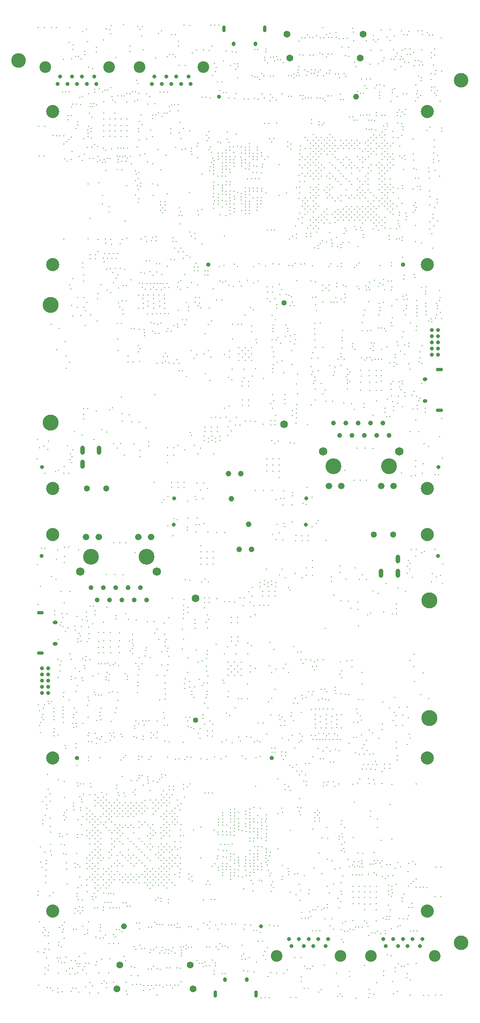
<source format=gbr>
*
%FSLAX45Y45*%
%MOMM*%
%ADD10C,0.200000*%
%ADD11C,0.202000*%
%ADD12C,0.300000*%
%ADD13C,0.302000*%
%ADD14C,0.825000*%
%ADD15C,1.000000*%
%ADD16C,1.150000*%
%ADD17C,1.325000*%
%ADD18C,1.425000*%
%ADD19C,1.725000*%
%ADD20C,2.400000*%
%ADD21C,2.700000*%
%ADD22C,3.300000*%
%ADD23C,0.875000*%
%ADD24C,1.125000*%
%ADD25C,1.225000*%
%ADD26C,1.300000*%
%ADD27C,1.600000*%
%ADD28C,3.250000*%
%ADD29C,0.954000*%
%ADD30C,0.703000*%
%ADD31C,0.804000*%
%ADD32C,3.000000*%
%IPPOS*%
%LNdrl_lev.gbr*%
%LPD*%
%SRX1Y1I0J0*%
G01*
G75*
G54D10*
X001309600Y000785445D03*
X001105968Y001943685D03*
X001354481Y001489025D03*
X001014528Y002116405D03*
X001065328Y003301239D03*
X001319760Y001423391D03*
X001322300Y001809471D03*
X001383971Y001393622D03*
X001116560Y001786611D03*
X001317220Y001748511D03*
X001444931Y001393622D03*
X001299872Y000861619D03*
X000930708Y002230705D03*
X001085648Y000874345D03*
X001154228Y000869265D03*
X001373100Y001715060D03*
X001441248Y002228165D03*
X001392988Y002159585D03*
X001420141Y002079803D03*
X001400608Y002019885D03*
X001136905Y002766899D03*
X001194868Y000818465D03*
X001052628Y003170505D03*
X001334568Y002116405D03*
X001121208Y001669365D03*
X001486968Y003320365D03*
X001495020Y003015565D03*
X001052628Y003033345D03*
G54D11*
X001291998Y001488009D03*
X000898120Y002855951D03*
X000897688Y002784425D03*
X001045440Y002063471D03*
X001040360Y001156692D03*
X001317220Y001174472D03*
X000994640Y002015110D03*
X001047548Y001285825D03*
X001019608Y001600785D03*
X001040309Y001941552D03*
X001039928Y001674445D03*
X001431520Y001893291D03*
X001471322Y001508024D03*
G54D10*
X001205028Y002832685D03*
X001144068Y004196665D03*
X001487070Y004524325D03*
X001062788Y004801185D03*
X001045008Y004425265D03*
X001466648Y005796865D03*
X001451408Y005860365D03*
X001479348Y003617951D03*
X001421995Y003638627D03*
X001146608Y004867225D03*
X001146049Y004369106D03*
X001426440Y004415587D03*
X001039928Y003660725D03*
X001441604Y004329228D03*
X001077748Y004562425D03*
X001172008Y003607563D03*
X000943408Y003777565D03*
X001477240Y003444825D03*
X001479272Y004379469D03*
X001443941Y004474008D03*
X001146608Y004712285D03*
X000956540Y003463011D03*
X001440842Y004790670D03*
X001439140Y005119447D03*
X001316788Y005156785D03*
X001074269Y004637304D03*
X001105968Y004958665D03*
X001159308Y003686125D03*
X000984048Y004702125D03*
X001495020Y004039185D03*
X001156768Y004077285D03*
X000994208Y004323665D03*
X000991668Y004247465D03*
X001065760Y003429585D03*
X001072110Y003493491D03*
G54D11*
X001085648Y005260925D03*
X001339648Y004044265D03*
X001342188Y003983762D03*
X001398068D03*
G54D10*
X000981508Y003353385D03*
X001174980Y006759957D03*
X001124180Y006716751D03*
X001014477Y006390869D03*
X000953568Y006333922D03*
X000997180Y006503391D03*
X001002260Y006630391D03*
X001105689Y006774866D03*
X001025196Y006698895D03*
X001464946Y008204785D03*
X001366852Y007594016D03*
X001352729Y008339125D03*
X001377748Y008394726D03*
X000925628Y006579185D03*
X001415848Y006332805D03*
X001227888Y006393765D03*
Y006457671D03*
X001222808Y006551245D03*
X001223240Y006630391D03*
X001350291Y007516445D03*
X000943789Y006127065D03*
G54D11*
X000931115Y006271007D03*
X001410768Y006505525D03*
X001314248Y008045070D03*
X000981940Y006442431D03*
X001311708Y006073725D03*
X001230860Y006201131D03*
X001227888Y006134685D03*
X001225348Y006055945D03*
X001410768Y006439485D03*
Y006584265D03*
Y006652845D03*
X001420928Y006863665D03*
X001309600Y007262851D03*
X001350291Y007387261D03*
X000898120Y006701461D03*
G54D10*
X001413155Y008306385D03*
X001278688Y009696146D03*
X001441248Y009754185D03*
X001038201Y009909938D03*
X001237464Y008631505D03*
X001408660Y008492212D03*
X001263448Y009276665D03*
G54D11*
X001169468Y009335085D03*
X000943408Y009131885D03*
X001433247Y009627566D03*
X001370560Y009030717D03*
X001437667Y008797646D03*
X000882448Y009578925D03*
X001443788Y009934576D03*
X000897688Y008758505D03*
X001243128Y008550225D03*
X001395960Y008570545D03*
X000969824Y009918269D03*
G54D10*
X003963468Y010351085D03*
X003756585Y010506025D03*
X001909040Y008418552D03*
X002752320Y008459141D03*
X002500860Y008461732D03*
X003896183Y008858784D03*
X002035608Y008730565D03*
X001552653Y009035721D03*
X001525068Y009944685D03*
X001700709Y008517612D03*
X002891181Y009829979D03*
X001733754Y009883725D03*
G54D11*
X003963468Y010290125D03*
X003684068Y010533965D03*
X003927908Y009269045D03*
X004016808Y009263965D03*
X003569768Y010376485D03*
X003986328Y010536556D03*
X003671800Y010178365D03*
X003658668Y008890585D03*
X002498320Y008532852D03*
X003280208Y008410525D03*
X003973628Y008598485D03*
Y008700085D03*
X003887268Y008743265D03*
X003890240Y008652232D03*
X003884728Y008471485D03*
X001810030Y008451572D03*
X003587548Y008486725D03*
X002696440Y008578572D03*
X003890240Y008565871D03*
G54D10*
X002190548Y006391225D03*
X001928928Y006856451D03*
X001941628Y006790412D03*
X002861362Y007911415D03*
X002843328Y007750125D03*
X002977948Y007666686D03*
X002883663Y006269585D03*
X003501188Y005951805D03*
X001627100Y006503391D03*
X001580948Y007277685D03*
X001644880Y006630391D03*
X003879648Y005926405D03*
X003295448Y008174305D03*
X003348788Y008250505D03*
X001712799Y008054518D03*
X001619048Y006434405D03*
X001611504Y006310225D03*
X001712799Y007993558D03*
X003592628Y005936565D03*
X002168120Y005980152D03*
X002290040Y007209511D03*
X001578408Y007638365D03*
X002351635Y007206972D03*
X002202613Y006042915D03*
X001710488Y007089725D03*
X002439798Y007521906D03*
X001873048Y007612965D03*
X001853160Y007511771D03*
X002948103Y007315150D03*
X001690600Y006546165D03*
X002376450Y007511721D03*
X002686280Y007336562D03*
X002841220Y007968971D03*
X003440228Y007783145D03*
X002784933Y008004125D03*
X001939520Y008162012D03*
X002015720Y008365211D03*
X002962708Y007491045D03*
X002201140Y007539712D03*
X001746048Y007376745D03*
X002486153Y007561530D03*
X002236167Y008400771D03*
X001940714Y008054137D03*
X002025474Y007291350D03*
X002906879Y007546951D03*
X002839645Y008035977D03*
X001664794Y007445325D03*
X001860627Y007451243D03*
X002101648Y006370905D03*
X002272260Y007544842D03*
X001925169Y006438240D03*
X001819708Y006315025D03*
X003496108Y008377505D03*
X002198168Y006629985D03*
X003549448Y007793305D03*
X003572308Y007859345D03*
X003351328Y006368365D03*
X003862503Y007849185D03*
X001931900Y008294092D03*
X001911631Y007999451D03*
X002787626Y007804125D03*
X002336166Y007557492D03*
X001964488Y007623125D03*
X002136167Y007543725D03*
X001881151Y007692060D03*
X003988309Y006253328D03*
X003983788Y007656145D03*
X003499080Y007293687D03*
X003572994Y007524065D03*
X002287576Y005921732D03*
X001663853Y007248500D03*
X002051407Y006960719D03*
X001693724Y006245658D03*
X001934440Y005937403D03*
X002886889Y006208700D03*
X002378508Y006114365D03*
X002922423Y006018327D03*
X001665860Y008231658D03*
X002731568Y007219265D03*
X002424660Y006963132D03*
X002947468Y007158305D03*
X002302003Y007269303D03*
X002110360Y006011546D03*
X001629208Y006226125D03*
X002096492Y005901081D03*
X002385442Y005963464D03*
X003056764Y005979516D03*
X002172768Y006477585D03*
X003054148Y006368365D03*
X002170660Y006541085D03*
X003180157Y006369914D03*
X003057120Y006051678D03*
X002632940Y006043652D03*
X002467408Y006035625D03*
X002451254Y006121045D03*
X002146022Y006901257D03*
X002206982D03*
X001576300Y007216725D03*
X001817549Y007191681D03*
X002972868Y007427545D03*
X003036368Y007544385D03*
X003559608Y006276925D03*
X003475788Y006543625D03*
X002864080Y006040680D03*
X001509828Y008280985D03*
X002909800Y006365825D03*
X003537180Y008042631D03*
X001677392Y005895849D03*
X003201900Y007669200D03*
X002833066Y007854138D03*
X002549120Y007509232D03*
X002315440Y007364452D03*
X003079548Y006276925D03*
X003507970Y007986142D03*
G54D11*
X002942820Y006950025D03*
X002739188Y007290385D03*
X001781608Y008009205D03*
X003493568Y006426785D03*
X003402128Y006800165D03*
X003978708Y007364045D03*
X003927908Y007231965D03*
X001655040Y008309331D03*
X001677468Y006315025D03*
X002532610Y006950203D03*
X002537690Y006788507D03*
X001685088Y006972885D03*
X001799413Y007254825D03*
X003867380Y008255560D03*
X002599920Y006096991D03*
X002966594Y006304383D03*
X003491028Y006267603D03*
X002366291Y007318782D03*
X001552576Y007747128D03*
X001766444Y008108672D03*
X001916228Y006685865D03*
X001942060Y006117312D03*
X002401673Y006358205D03*
X003887268Y008050252D03*
X003501645Y008154442D03*
X003509240Y007908011D03*
X001925626Y006056707D03*
X002409547Y006061584D03*
X001540308Y006797625D03*
X002950440Y007092265D03*
X002135506Y007336511D03*
X002359890Y006952972D03*
X003117648Y006368365D03*
X002078483Y006906083D03*
X003219680Y006130011D03*
X003346680Y006132552D03*
X003219680Y006018252D03*
X003275560Y006079211D03*
X003344140Y006018252D03*
X001819708Y007645985D03*
X003379700Y008039685D03*
X002841220Y008149312D03*
X003128240Y007869911D03*
G54D10*
X002000022Y005933568D03*
X002513128Y004978985D03*
X002128801Y004678020D03*
X001657148Y003437205D03*
X001771880Y004524731D03*
X001710488Y005098365D03*
X002185925Y004285108D03*
X003439974Y005203749D03*
X003396768Y005159046D03*
X001829868Y004857065D03*
X002133017Y003661614D03*
X001962126Y003605023D03*
X001791768Y004234765D03*
X001771880Y004580612D03*
X001687628Y003641726D03*
X002185417Y004391737D03*
X003201468Y004933265D03*
X002072793Y004620896D03*
X002242491Y004447820D03*
Y004569003D03*
X001761288Y004806265D03*
X003267813Y005132528D03*
X001931468Y005556048D03*
X001961745Y004283863D03*
X003034057Y004566769D03*
X002014297Y003661614D03*
X002978431Y004511498D03*
X002564360Y004834612D03*
X002629409Y005224248D03*
X002188592Y003491891D03*
X003033726Y004677970D03*
X003219248Y005634305D03*
X002130884Y004228974D03*
X002170939Y005614671D03*
X002975840Y005245075D03*
X002969719Y005636388D03*
X002975840Y005184115D03*
X001931468Y005617008D03*
X001820140Y004397020D03*
X003156078Y005153635D03*
X001962888Y003378759D03*
X003091664Y004620642D03*
X003443428Y005264633D03*
X002921332Y004679392D03*
X003181148Y005578425D03*
X002904288Y004953585D03*
X002808200Y004454170D03*
X001664768Y003350845D03*
X003156078Y005214595D03*
X003800019Y005586045D03*
X002921332Y004569182D03*
X003720060Y005578832D03*
X002018260Y003435325D03*
X002695068Y004457091D03*
X002864765Y004621836D03*
X002517370Y005039945D03*
X001715568Y003406725D03*
X001799388Y004026485D03*
X002638503Y004624909D03*
X002808200Y004678986D03*
X002541474Y004890466D03*
X002691614Y004678732D03*
X002663420Y004880332D03*
X001956868Y003491891D03*
X002864765Y004510736D03*
X002015821Y004453586D03*
X002129995Y004340429D03*
X002072793Y004846346D03*
X003038934Y005234585D03*
X002355648Y004564762D03*
X002638503Y004512082D03*
X002185925Y004734028D03*
X002242491Y004677894D03*
X001959408Y004510152D03*
X003034488Y004457955D03*
X001768908Y005065345D03*
X002355648Y004454043D03*
X002861108Y004902785D03*
X002242491Y004801591D03*
X002129359Y004793972D03*
X002206220Y004887952D03*
X001834897Y005067885D03*
X002412214Y004508882D03*
X002299082Y004623055D03*
X001761593Y003357144D03*
X002751634Y004621887D03*
X002129359Y003439974D03*
X002299082Y004512565D03*
X002132001Y003774745D03*
X002127734Y004001009D03*
X003961360Y005624145D03*
X001958951Y004057600D03*
X002185341D03*
X004039668Y005616525D03*
X003918180Y005572481D03*
X001975892Y005076851D03*
X002355648Y004679722D03*
X002525346Y004622191D03*
X002307541Y004859732D03*
X003260752Y004455339D03*
X001987780Y005006595D03*
X002468780Y004456406D03*
X002525346Y004514368D03*
X002412214Y004623563D03*
X001713028Y005027245D03*
X003260752Y004676623D03*
X003518968Y005245685D03*
X003557068Y005621605D03*
X001634008Y004668826D03*
X002183106Y003605023D03*
X003038908Y005626685D03*
X001903985Y004453586D03*
X002015796Y003548457D03*
X002650720Y005611852D03*
X001959255Y004397020D03*
X002016228Y004339311D03*
X002965655Y005570805D03*
X002071320Y004288232D03*
X002014602Y004001009D03*
X002070609Y004057600D03*
X001901471Y004001009D03*
X002128775Y003548457D03*
X001898448Y003432125D03*
X002013281Y004114166D03*
X002072718Y003831311D03*
X002468983Y004682008D03*
X001792606Y004758005D03*
X002018260Y004227297D03*
X001960576Y003831311D03*
X002294688Y004283863D03*
X002581911Y004681602D03*
Y004567683D03*
Y004455186D03*
X002602460Y005558562D03*
X002130807Y004114166D03*
X002751634Y004512641D03*
X002527199Y003382036D03*
X003430474Y003948152D03*
X003312111Y004061461D03*
X003377109Y003658109D03*
X003204643Y003496108D03*
X003152116Y004222903D03*
X003204643Y003718180D03*
X003204186Y003829203D03*
X003201646Y003944443D03*
X003204186Y004056609D03*
X003204440Y004166592D03*
X002360042Y003548457D03*
X002581911Y004224605D03*
X003257526Y004227297D03*
X002815820Y005138700D03*
X003034488Y004226866D03*
X003593060Y004953991D03*
X003592628Y005014545D03*
X003684500Y004951452D03*
X003686608Y005017085D03*
X002638503Y003380919D03*
X002921026Y003435528D03*
X003091054Y003382417D03*
X002468780Y003436494D03*
X003476220Y004926052D03*
X001705840Y004031971D03*
X002474546Y004227297D03*
X002358239Y004114166D03*
X002695068Y004225215D03*
X002638503Y004172332D03*
X002413154Y003718180D03*
X002467840Y003774745D03*
X002356639Y003661614D03*
X002412214Y003943452D03*
X001636828Y004539565D03*
X002921332Y004452977D03*
X002977897Y004287597D03*
X003029129Y003662884D03*
X002807565Y003549016D03*
X002921332Y003552013D03*
X002860905Y003608757D03*
X002753234Y003607029D03*
X002695068Y003551505D03*
X003034488Y003439567D03*
X002806625Y003435325D03*
X002587068Y003667634D03*
X002414804Y004057600D03*
X002751634Y004168750D03*
X003148306Y003548457D03*
X003147620Y003778098D03*
X003031339Y003887877D03*
X003147620Y004002355D03*
X002921332Y003774695D03*
X002754707Y003718180D03*
X002867991Y004057600D03*
X002751939Y003944443D03*
X002417980Y003831311D03*
X002581911Y003436875D03*
X002638503Y003830524D03*
X002524406Y004061029D03*
X002526437Y003944443D03*
X002638503Y004055288D03*
X002584172Y004001009D03*
X002472590Y004112108D03*
X002525346Y004167455D03*
X002411629Y003605023D03*
X001716050Y004332123D03*
X002808200Y004226663D03*
X003147620Y004566794D03*
X003093543Y004279367D03*
X002411096Y003376728D03*
X003165908Y005085665D03*
X003092401Y004509212D03*
G54D11*
X002470913Y003888919D03*
X003064308Y005039945D03*
X002696440Y005655032D03*
X001621181Y004609212D03*
X003963468Y005012005D03*
X004029940Y005073372D03*
X003887268Y005057725D03*
X003891993Y004965498D03*
X001716000Y003971011D03*
X003356408Y005105985D03*
X003091054Y004733012D03*
X002468780Y004566464D03*
X002695068Y004568343D03*
X002808200Y004568801D03*
X002932660Y005139412D03*
X002751634Y003492882D03*
X002073276Y003378759D03*
X003087955Y003605023D03*
X002074876D03*
X002977897Y003492399D03*
X001897559Y003548457D03*
X003541879Y003491891D03*
X003656128D03*
X002072793Y003717012D03*
X002977897Y003721431D03*
X003088108Y003834918D03*
X003600477Y003661614D03*
X003483942D03*
X003486380Y004001009D03*
X003599613D03*
X003820669Y004005022D03*
X001961212Y003944265D03*
X002072793Y003943072D03*
X003430144Y003831311D03*
X003541650D03*
X003428036Y004170731D03*
X003544114D03*
X002070051Y004168141D03*
X002581911Y003886759D03*
X002977669Y004170833D03*
X002580616Y004114166D03*
X001900379D03*
X002073632Y004397020D03*
X003486329Y004340429D03*
X003713252D03*
X001900531D03*
X002977897Y004621709D03*
X002185925Y004623741D03*
X001901521Y004566718D03*
X003656255Y004510152D03*
X003543047D03*
X003373908Y004567581D03*
X003260752Y004566032D03*
X002686280Y004811752D03*
X003843885Y004659148D03*
X003543606Y004731970D03*
X003430474Y004735399D03*
X003322652Y004739056D03*
X003201976Y004739666D03*
X002890699Y004852874D03*
X002525346Y004737838D03*
X002299082Y004738803D03*
X002072793Y004733189D03*
X001797305Y004692524D03*
X003656738Y004844771D03*
X001956868Y004846905D03*
X002976577Y003944443D03*
X002806168Y003887471D03*
X002638503Y003605454D03*
X002863622Y003831311D03*
X002525346Y003491408D03*
X002187830Y003944443D03*
X002638503Y004400399D03*
X002525346Y004400729D03*
X002751634Y004402760D03*
X002299082Y004398214D03*
X002412214Y004398265D03*
X002245844Y004227297D03*
X002300962Y004170731D03*
X002355648Y004339616D03*
X002242694Y003548457D03*
X002185011Y003718180D03*
X002864765Y004401770D03*
X002412214Y004288029D03*
X003259888Y003775025D03*
X003371648Y003772485D03*
X003265603Y004007029D03*
X003265400Y004110660D03*
X003317445Y003610052D03*
G54D10*
X003602661Y004458412D03*
X003542768Y003718180D03*
X003601290Y004114166D03*
X003890672Y004012642D03*
X003431058Y003718180D03*
X003767939Y004736441D03*
X003821000Y003435528D03*
X003601111Y003774745D03*
X003317318Y004511371D03*
Y004622090D03*
X003655773Y004397020D03*
X003710687Y004455720D03*
X003544774Y004057600D03*
X003834360Y003757652D03*
X003600095Y003548457D03*
X003486253Y003435325D03*
X003543606Y004621912D03*
X003838170Y004233902D03*
X003818587Y004537432D03*
X003824504Y003548457D03*
X003713202Y003435325D03*
X003658363Y004283863D03*
X003824504Y003887877D03*
X003428316Y004397020D03*
X003714954Y003772332D03*
X003600172Y004677894D03*
X003428747Y003491891D03*
X003598597Y003436976D03*
X003657170Y003378759D03*
X003715843Y003887877D03*
X003768117Y004397020D03*
X003427960Y004057600D03*
X003544724Y004283863D03*
X003542336Y003379267D03*
X003768980Y003378963D03*
X003487040Y004796512D03*
X003765653Y004283863D03*
X003598089Y004227297D03*
X003430474Y004620057D03*
X003375813Y003545866D03*
X003485516Y003774745D03*
X003820212Y004121227D03*
X003373908Y004679240D03*
X003430474Y004847311D03*
X003485593Y004114166D03*
X003600172Y004791051D03*
X003429687Y003378759D03*
X003712084Y004566718D03*
X003543606Y004854932D03*
X003656458Y003718180D03*
X003769031Y004623284D03*
X003767939Y003605023D03*
X003658465D03*
X003715005Y003546222D03*
X003774187Y003722218D03*
X003486939Y004453586D03*
X002869160Y004175761D03*
X003908020Y004799051D03*
X003427960Y003607791D03*
X003487371Y003548381D03*
X003484398Y004675582D03*
X003488056Y004227297D03*
X003544088Y004397020D03*
X002864765Y003381985D03*
X003712008Y004227297D03*
X002526260Y003600171D03*
X002129309Y003887877D03*
X002185443Y003831311D03*
X001723112Y002934209D03*
X002253260Y001009524D03*
X003204186Y003036292D03*
X003430322Y003039009D03*
X003260523Y003209672D03*
X003315794Y003033573D03*
X003254935Y002985110D03*
X003147620Y003212263D03*
X003036368Y003207741D03*
X003091994Y003152471D03*
X002355648Y003095651D03*
X003066848Y000917525D03*
X002553768Y001781531D03*
X003318308Y002682825D03*
X003147620Y003097252D03*
X002016228Y003209011D03*
X001761060Y003155036D03*
X002243837Y003096286D03*
X002130198Y002982773D03*
X002180820Y002929612D03*
X002299082D03*
X003233040Y001258317D03*
X003159330Y001258266D03*
X003820288Y001277062D03*
X003754248Y001282142D03*
X003612948Y001288365D03*
X003541828D03*
X003407208Y001247725D03*
X003349067Y001266064D03*
X002844395Y000941427D03*
X002924405Y000946506D03*
X002242491Y003325851D03*
X002072260Y003264968D03*
X002242491Y002986000D03*
X002412214Y003153004D03*
X002074140Y003039340D03*
X002299082Y003269971D03*
X003004390Y000949021D03*
X001713460Y001184631D03*
X001738860Y001524991D03*
X002355648Y002981936D03*
X001862812Y001969187D03*
X001818793Y002139595D03*
X001665200Y001426007D03*
X003648940Y001629132D03*
X002393748Y002819985D03*
X003585338Y001657960D03*
X002793798Y002558771D03*
X003524378Y001657960D03*
X002732838Y002558771D03*
X003206548Y003152471D03*
X002175740Y001898372D03*
X002283436Y001960195D03*
X003158720Y000920471D03*
X001939520Y001375132D03*
X003547365Y000925551D03*
X001608685Y001272211D03*
X005480229Y000668224D03*
X003325115Y000930225D03*
X001759180Y001373175D03*
X003991713Y002129512D03*
X001578840Y001440765D03*
X002708835Y000988365D03*
X005647971Y000668605D03*
X003396235Y000930225D03*
X001698220Y001373175D03*
X003852140Y001588492D03*
Y001649452D03*
X003781045Y000928091D03*
X003618485Y000925551D03*
X001547725Y001272211D03*
X002698548Y001428065D03*
X002072793Y003150592D03*
X002188440Y003155671D03*
X002714220Y000808711D03*
X002751634Y003152192D03*
X002016228Y003099131D03*
X003317318Y003151023D03*
X002908225Y001668908D03*
X002571980Y002523211D03*
X002130045Y003206472D03*
X003315565Y003262427D03*
X003204186Y002921407D03*
X002873630Y001719124D03*
X002511020Y002523211D03*
X003342337Y002182801D03*
X002977897Y003152192D03*
X002921332Y003099233D03*
X003892754Y001713789D03*
X002525346Y003262377D03*
X003831794Y001713789D03*
X002468780Y003206472D03*
X002864765Y003152192D03*
X002695068Y003097252D03*
X002808200Y003097683D03*
X002013002Y003322194D03*
X002638503Y003152192D03*
X002581911Y003097861D03*
X003988513Y001709472D03*
X003260752Y003094889D03*
X003422372Y002716251D03*
X002660448Y001524585D03*
X002881860Y001293852D03*
X003709925Y000928091D03*
X002464030Y003093442D03*
X002338833Y002808783D03*
X001873480Y000897611D03*
X001613028Y000872466D03*
X001682980Y000859512D03*
X003229840Y000920471D03*
X001878560Y001375132D03*
X002057935Y002821026D03*
X003422880Y002655291D03*
X002482902Y001916151D03*
X001959662Y003153309D03*
X002450060Y002805202D03*
X003194280Y001596112D03*
X002251940Y002828012D03*
X002441094Y001970685D03*
X001915440Y001999971D03*
X002244218Y002473224D03*
X001915440Y002060931D03*
X002244218Y002534184D03*
X002570506Y002070203D03*
X002178280Y002177771D03*
X002509546Y002070203D03*
X002178280Y002116811D03*
X002064793Y002524888D03*
X001683869Y002081251D03*
X002125752Y002524888D03*
X001622909Y002081251D03*
X002130122Y003322194D03*
X001644448Y002400885D03*
X003755620Y002116735D03*
X001713053Y002456765D03*
X003816580Y002116735D03*
X001768908Y002413585D03*
X003644520Y002166291D03*
X001817600Y002459305D03*
X003705480Y002166291D03*
X003401975Y002170075D03*
X003462935D03*
X003173554Y002121993D03*
X003234514Y002120520D03*
X002923643Y002204162D03*
X002984603D03*
X002378940Y002516810D03*
X003024125Y001678611D03*
X002439900Y002516810D03*
X003085085Y001678611D03*
X002643100Y002623491D03*
X003211958Y001657960D03*
X002705000Y002623491D03*
X003272918Y001657960D03*
X002338300Y002627352D03*
X003397607Y001593699D03*
X002399260Y002627352D03*
X003440736Y001636827D03*
X001809980Y002683232D03*
X002015288Y002746325D03*
X002025448Y002690445D03*
X002084300Y001341705D03*
X001937945Y002231111D03*
X002276908Y002629485D03*
X001817600Y001245592D03*
X003362276Y002726564D03*
X005568748Y000671145D03*
X002091462Y002743912D03*
G54D11*
X002022908Y000909905D03*
X002203248Y000963245D03*
X001956868Y000981025D03*
X001728268Y001318845D03*
X001847648Y001311225D03*
X001662228Y002507565D03*
X002624888Y002032585D03*
X003839008Y001527125D03*
X003938805Y001673810D03*
X003460548Y001710005D03*
X003193848Y000833705D03*
X003841548Y000996265D03*
X003470708Y000887045D03*
X003275128Y000861645D03*
X003663774Y000869240D03*
X003582468Y002166824D03*
X002985162Y002091412D03*
X002371320Y001471651D03*
X001906500Y003322194D03*
X003270582Y001318972D03*
X003499080Y001593572D03*
X003575788Y001583919D03*
X003709900Y001591032D03*
X002996185Y001752245D03*
X003328900Y001707872D03*
X003674340Y001697712D03*
X003942285Y001751051D03*
X002449425Y000987756D03*
X002813280Y001309092D03*
X001813307Y002530628D03*
X001550900Y001156692D03*
X001652500Y001161772D03*
X001891260Y001166852D03*
X003760496Y002195958D03*
X002240510Y001904721D03*
X003711983Y002982773D03*
X003543606Y002924125D03*
X003486126Y002976983D03*
X003377160Y002982773D03*
X003146020D03*
X003091054Y003038298D03*
X002299794Y003039543D03*
X002072793Y002925446D03*
X003544292Y003152471D03*
X003373908Y003096667D03*
X003378938Y003213329D03*
X002129359Y003096032D03*
X002977897Y003039136D03*
X002864765Y003040584D03*
X002751634Y003037282D03*
X002641170Y003035758D03*
X002412214Y003040330D03*
X001902817Y003095905D03*
X003821228Y003315692D03*
X003490292Y003322194D03*
X003601493D03*
X003257653Y003322651D03*
X002203680Y001464031D03*
X002450060Y001781531D03*
X002361160D03*
X002084300Y001923339D03*
X001855700Y001580872D03*
X002950440Y001121157D03*
X002812010Y001127482D03*
X003295931Y002226108D03*
X002581911Y003204312D03*
X002349882Y003322194D03*
X002411960Y003265603D03*
X002355648Y003207869D03*
X003147620Y003324759D03*
X003096820Y003265603D03*
X003204186Y003266187D03*
X002921332Y003204312D03*
X002695068Y003207335D03*
X002808200Y003204312D03*
X003379675Y003322194D03*
G54D10*
X003715259Y003209037D03*
X003542285Y003039340D03*
X003545257Y003265603D03*
X003433192D03*
X003811500Y003239491D03*
X003489961Y003209037D03*
X003807182Y003155925D03*
X003657500Y003039340D03*
X003434589Y003157602D03*
X003597327Y003095905D03*
X003487218D03*
X003598343Y003210561D03*
X001906500Y002853412D03*
X001794562Y002985517D03*
X001903046Y002982773D03*
X002128750Y002869617D03*
X001695375Y002756536D03*
X002242491Y003212263D03*
X001695375Y002817496D03*
X001956868Y000765531D03*
X005135983Y002077569D03*
X006239257Y003221254D03*
X006285028Y002675205D03*
X006048808Y003203093D03*
X005929327Y003160294D03*
X006547080Y002480031D03*
X006456656Y002312392D03*
X006395696D03*
X006493740Y001266674D03*
X004687063Y001734490D03*
X006432780Y001266674D03*
X004748023Y001734490D03*
X004601516Y001669695D03*
X004558387Y001712825D03*
X004362680Y001718032D03*
X005627168Y001102945D03*
X004423640Y001718032D03*
X002729460Y000740132D03*
X004052673Y002129512D03*
X005244060Y001497052D03*
X005827828Y002149425D03*
X005388205Y002054048D03*
X005327245D03*
X004273678Y001377672D03*
X006267248Y003005405D03*
X006055488Y003263698D03*
X004539159Y001329412D03*
Y001390372D03*
X005087240Y001526845D03*
X004421151Y001330631D03*
X004212718Y001377672D03*
X004360191Y001330631D03*
X004049473Y001709472D03*
X006299277Y002887016D03*
X006040629Y003322829D03*
X004189528Y002078305D03*
X004748328Y001166445D03*
X004684828D03*
X005911648Y003101925D03*
X004960291Y002184985D03*
X005162348Y001461085D03*
X005130370Y001569975D03*
X004293668Y002680285D03*
X006536920Y002045691D03*
X005388840Y001402665D03*
X005575530Y001456005D03*
X005635245Y003287752D03*
X005181703Y003177363D03*
X005447260Y003092172D03*
X005017035Y003299029D03*
X004608527Y003292730D03*
X005021302Y003176804D03*
X004853383Y003177643D03*
X005281093Y003079065D03*
X004519728Y001161365D03*
Y001222325D03*
X006323128Y002427962D03*
X006080507Y002841702D03*
X006178526Y003215768D03*
X005275302Y002166011D03*
X006467908Y002804745D03*
X002142288Y000767665D03*
G54D11*
X004646728Y001783589D03*
X004296208Y001308685D03*
X004161588Y001435685D03*
X006320588Y002304772D03*
X006509412Y002342973D03*
X005093768Y001461085D03*
X006475528Y002896185D03*
X006206288Y002792045D03*
X006368848Y003183205D03*
X004482924Y001442950D03*
X006485688Y002436445D03*
X005335500Y001199872D03*
X005682210Y001190981D03*
X004334207Y001404900D03*
X005536160Y001542772D03*
X005130827Y001227405D03*
X004434994Y002229206D03*
X004674998Y002190065D03*
X004880408Y002192605D03*
X005155008Y002175384D03*
X004425748Y002101165D03*
X004594988Y002080083D03*
X004802176Y001706474D03*
X005310100Y002868652D03*
X005317720Y003015972D03*
X005421860Y001834871D03*
X005513300D03*
X005172457Y003293035D03*
X005495342Y003300705D03*
X004939057Y003306421D03*
X005097578Y003156662D03*
X004856862Y003104186D03*
X005686376Y003230195D03*
X004695115Y003307386D03*
X004857040Y003305252D03*
X005334560Y003305557D03*
X006028488Y001242645D03*
X006381116Y001321792D03*
X006550484Y001322604D03*
G54D10*
X005259427Y003245511D03*
X005258309Y003176982D03*
X005335271Y003245232D03*
X004695776Y003178049D03*
X005415256Y003304109D03*
X005500270Y003074467D03*
X004775506Y003308224D03*
X004936415Y003179421D03*
X004855389Y003243149D03*
X004937888Y003240939D03*
X004697046Y003236520D03*
X005660620Y003178531D03*
X006180888Y005801945D03*
X006551728Y005626685D03*
X004369868Y005578425D03*
X006577128Y003345765D03*
X005921808Y003394025D03*
X005919268Y004486225D03*
X005907000Y004567505D03*
X006091988Y004115385D03*
X005972608Y005060265D03*
X005980228Y004953585D03*
X006046268Y005014545D03*
X006084368Y004930725D03*
X005168698Y005589855D03*
X005469688Y005635982D03*
X005380712Y005613121D03*
X004246678Y005584775D03*
X004658285Y005582362D03*
X004766540Y005636388D03*
X005096308Y005641925D03*
X004526485Y005625847D03*
X005368520Y005014951D03*
X005150207Y003376525D03*
X005253204Y003437433D03*
X005167200Y003568751D03*
X005424324Y003778505D03*
X005332579Y003888969D03*
X005176750Y004087470D03*
X005167428Y004189858D03*
X005176394Y004353993D03*
X005589500Y004347516D03*
X005168190Y004443096D03*
X005413757Y003507208D03*
X005586960Y003600298D03*
X005592040Y003730270D03*
X005414723Y004146703D03*
X005250258Y004553738D03*
X005586960Y003904921D03*
X005592040Y004042132D03*
X005012996Y003441193D03*
X005023588Y004194760D03*
X005015892Y004346500D03*
X005015358Y004484549D03*
Y003560700D03*
X004614394Y004344392D03*
X004854907Y004478732D03*
X004776319Y004222116D03*
X004936136Y004094938D03*
X004596843Y004080942D03*
X004814800Y003828848D03*
X004655923D03*
X004592525Y003586252D03*
X004776421Y003430626D03*
X004611600Y004219881D03*
X005600143Y004194836D03*
X005256481Y004159555D03*
X004938269Y004157016D03*
X005255845Y003494939D03*
X004936770Y003502356D03*
X005586121Y003462250D03*
X004243300Y003541751D03*
X004476980Y003376652D03*
X004090849Y004118382D03*
G54D11*
X006394248Y005492065D03*
X006137708Y005410785D03*
X006424982Y005121225D03*
X006282488Y004760545D03*
X006550458Y004135705D03*
X005830800Y005174565D03*
X005660620Y003584931D03*
X005629353Y003498673D03*
X005830800Y004460825D03*
X005772380Y005720665D03*
Y005807025D03*
X005708448Y005720665D03*
X006305348Y004580205D03*
X006267248Y004504005D03*
X006424982Y005047565D03*
X006361228Y005125035D03*
X006297728Y004430345D03*
X006239308Y004585285D03*
X005830800Y003734385D03*
X006213908Y005466665D03*
X006472988Y005489525D03*
X006074208Y005446345D03*
X005677968Y003663265D03*
X004248380Y004176751D03*
X005340376Y004585057D03*
X005502301Y003776498D03*
X005023283Y004268522D03*
X004857396Y004546144D03*
X004696919Y004347668D03*
X005172229Y003503855D03*
X005095724Y004113124D03*
X004855542Y004159835D03*
X005167276Y004511066D03*
X005589500Y004131031D03*
X004937431Y004548633D03*
X004735933Y003827857D03*
X005030700Y003386811D03*
X004601237Y003356967D03*
X004610635Y003710407D03*
X005253763Y003891255D03*
X005162780Y004250132D03*
X004780510Y004021075D03*
X005416196Y003959175D03*
X005026356Y004128847D03*
X005339183Y004154730D03*
X004613301Y004281527D03*
X005498441Y004214369D03*
X005577562Y004287242D03*
X004937888Y004351427D03*
X005257217Y004346068D03*
X005332452Y004349980D03*
X005496333Y004348303D03*
X005589500Y003976091D03*
X004893540Y003833851D03*
X005258817Y003376270D03*
X005173270Y003438958D03*
X005607534Y003400146D03*
X004584574Y003527883D03*
X004857269Y003501848D03*
X005018000Y003501111D03*
X005412995Y003571215D03*
X005339183Y003499435D03*
X005586960Y003535122D03*
X004774770Y003698037D03*
X005589500Y003665119D03*
X005344314Y003778505D03*
X004604285Y004025545D03*
X005705908Y005807025D03*
G54D10*
X004698925Y004480739D03*
X005258258Y003632658D03*
X005335348Y003950717D03*
X005416780Y004020796D03*
X004773754Y003566237D03*
X005463719Y004572611D03*
X005416247Y003372028D03*
X005256303Y003701772D03*
X004515080Y004123411D03*
X004930649Y004218458D03*
X005495342Y003430702D03*
X004938422Y003434233D03*
X005257243Y004222802D03*
X005255896Y004415511D03*
X005256506Y003950717D03*
X005338269Y003632632D03*
X004854271Y003567253D03*
X004855694Y004290112D03*
X005415916Y004079851D03*
X005256556Y004475202D03*
X004692270Y004088969D03*
X005416780Y003697047D03*
X004691381Y004218611D03*
X004701491Y003568142D03*
X004854043Y004413682D03*
X004695395Y003435249D03*
X004775887Y003371343D03*
X005416780Y003630651D03*
X005253763Y004284676D03*
X005255947Y004079851D03*
X004855440Y004082772D03*
X004696411Y003375381D03*
X004936898Y004412819D03*
X005499228Y003369590D03*
X004772103Y004090137D03*
X004853763Y004023081D03*
X004938396Y004478732D03*
X004700119Y003699663D03*
X005494453Y003952089D03*
X004935881Y004290086D03*
X005492447Y004149701D03*
X004935780Y004015055D03*
X005592040Y004438371D03*
X005336516Y004289553D03*
X005495469Y004281450D03*
X004935907Y003624835D03*
X004856507Y003365704D03*
X005415358Y004275710D03*
X005335500Y003437612D03*
X005338040Y003564612D03*
X005335500Y003374112D03*
X004859352Y003629636D03*
X004693642Y004278275D03*
X005413401Y004414496D03*
X004853078Y004351351D03*
X004537940Y003427452D03*
X005335297Y004090188D03*
X004693870Y004413302D03*
X004696588Y004022269D03*
X006515101Y006070118D03*
X006333288Y006050712D03*
X006310428Y006538545D03*
X006559348Y006969888D03*
X006460288D03*
X005088688Y006825565D03*
X005017568D03*
X006530138Y006905575D03*
X004228644Y006214949D03*
X004771188Y005974665D03*
X005685080Y006487745D03*
X004966361Y007748855D03*
X005856530Y006487237D03*
X004729481Y007741438D03*
X005756708Y007836485D03*
X005771948Y007018605D03*
X004717848Y007140119D03*
X005601768Y006096585D03*
X004677208Y005936565D03*
X005456988Y005933568D03*
X005403648Y005956885D03*
X005347768Y005933568D03*
X005022648Y006035625D03*
X005891328Y006271845D03*
X005876088Y006391225D03*
X004893540Y005919192D03*
X004326688Y006299785D03*
X004372408Y007733691D03*
X004063722Y006909792D03*
X005060748Y005946725D03*
X004063722Y006970752D03*
X004128568Y008268285D03*
X004232708Y006005145D03*
X004194608Y006111825D03*
X004354628Y008400365D03*
X004378758Y008274635D03*
X004128568Y008369885D03*
X005632502Y006754445D03*
X004367328Y007653681D03*
X005911648Y006444565D03*
X006147868Y006370905D03*
X005281754Y006022925D03*
X004306800Y007146012D03*
X004045028Y006230925D03*
X004104260Y006206059D03*
X004273577Y007094881D03*
X004372078Y006970752D03*
Y006909792D03*
X006277408Y006104205D03*
X005188180Y006046191D03*
X006338012Y006821273D03*
X006316524Y005960136D03*
X006107228Y006541085D03*
X005964988Y006271845D03*
X005919268Y006007685D03*
X006271032Y005927650D03*
X004319068Y006726505D03*
X006518708Y006602045D03*
X004963974Y007923099D03*
X006546648Y005987365D03*
G54D11*
X006325668Y006886525D03*
X005664862Y007983805D03*
X005700421Y006830645D03*
X004430828Y006360745D03*
X004491788Y006299785D03*
X004392728Y006637605D03*
X004291560Y006495365D03*
X005213148Y007742505D03*
X005286808Y007917765D03*
X005700828Y007366585D03*
X006053888Y007364045D03*
X005992928Y007529145D03*
X006582208Y007587565D03*
X006579668Y007412305D03*
X006509056Y007617283D03*
X004865422Y007501713D03*
X004997502D03*
X005009440Y007369379D03*
X004877360D03*
X004359708Y006840805D03*
X004209848Y007216725D03*
X004392728Y007298005D03*
X004562908Y007940625D03*
X004275888Y007600265D03*
X006127548Y006066105D03*
X006048808Y005972125D03*
X004151428Y007823379D03*
X006104688Y006469965D03*
X006147868Y006726505D03*
X006236768Y006729045D03*
X006185968Y006828105D03*
X006539028Y007485965D03*
X004382568Y007813625D03*
X004354628Y007493687D03*
X004184448Y007577405D03*
X004367328Y007389445D03*
X004809288Y006861125D03*
X004946448Y006635065D03*
X005205528Y006825565D03*
Y007125285D03*
X005942128Y007450405D03*
X005789728Y007430085D03*
X005652568Y007501205D03*
X005368088Y007445325D03*
X005266488Y007374205D03*
Y007501205D03*
X005073448Y007435165D03*
Y007572325D03*
Y007303085D03*
X004809288Y007435165D03*
Y007572325D03*
Y007303085D03*
X004941368D03*
Y007572325D03*
Y007435165D03*
X005215688Y007968565D03*
X004799128Y007887285D03*
X004702608Y007206565D03*
X004814368Y006977965D03*
X006414162Y006850127D03*
X004385540Y007140931D03*
X004117976Y007069405D03*
X004098520Y006843751D03*
X004291560Y006417031D03*
G54D10*
X005970068Y006363285D03*
X005302048Y009106079D03*
X006048808Y009109076D03*
X006185968Y009406205D03*
X005515586Y008937956D03*
X005769586D03*
X005642586D03*
X005515586Y009029396D03*
X005769586D03*
X005642586D03*
X005863388Y009368105D03*
X006122468Y010462845D03*
X004146805Y010403968D03*
X005973649Y010362744D03*
X004123488Y008456245D03*
X004382568Y008553172D03*
X004410534Y008453680D03*
X004397808Y009223325D03*
X004334308Y009281745D03*
X004265728Y009228405D03*
X004413048Y008895665D03*
X004326688Y008893125D03*
Y008806765D03*
X004413048D03*
X004307664Y010428581D03*
X005858257Y010234194D03*
G54D11*
X004171697Y010536556D03*
X005335068Y008733105D03*
X005256328Y008809305D03*
X005121708Y008738185D03*
X005368088Y008550225D03*
X005269028Y008507096D03*
X005700828Y009245677D03*
X005548428Y009248217D03*
X005812588Y010414585D03*
X004209848Y010401885D03*
X005700828Y009169985D03*
X005548428Y009172525D03*
X004148888Y010249485D03*
X005954828Y010429825D03*
X006325668Y009312225D03*
X005632248Y008745805D03*
X005545888Y008740725D03*
X005454448Y008745805D03*
X005296968Y008928685D03*
X005139488Y008898205D03*
X005048048D03*
X004941368Y008811845D03*
X004834688Y008816925D03*
X004733088Y008822005D03*
X005225848Y009020125D03*
X004577539Y008877885D03*
X005785664Y009124722D03*
X005464100Y009125992D03*
X005624628Y009125230D03*
X005464100Y009212352D03*
X005785664Y009211082D03*
X005624628Y009211590D03*
X005985308Y009314816D03*
X005593157Y009491625D03*
X005912918Y009490076D03*
X006074208Y009053094D03*
X006528614Y010358705D03*
X004313607Y008693684D03*
G54D10*
X008540548Y009487485D03*
X007789394Y009038591D03*
X008845348Y009855785D03*
X008499908Y009550985D03*
X006617768Y010432365D03*
X006977178Y008955355D03*
X009063788Y009891345D03*
X008783931Y009825762D03*
X008664322Y009749816D03*
X008304328Y009098865D03*
X009004301Y009396045D03*
X008057948Y009192871D03*
X008512557Y009670365D03*
G54D11*
X008598968Y009319794D03*
X008545628Y009606865D03*
X008573568Y009888805D03*
X006655868Y010488245D03*
X008450607Y009033867D03*
X007892848Y008987105D03*
X008484668Y009406205D03*
X008986064Y009225865D03*
X009089188Y009330005D03*
X008675168Y009891345D03*
X008007986Y008606105D03*
G54D10*
X006671108Y006800165D03*
X006683808Y006607125D03*
X006793028Y007013068D03*
X006716828D03*
X006744768Y006820485D03*
X006765088Y006607125D03*
X007222288Y006917005D03*
X007549948Y006076265D03*
X007471208Y006342965D03*
X007450888Y006612205D03*
X006815888Y005981624D03*
X007052159Y005987365D03*
X006631179Y005982184D03*
X007024168Y006932245D03*
X006815888Y006805245D03*
X006692089Y005985181D03*
X007781088Y006119445D03*
X006887008Y005987365D03*
X006963208Y005982285D03*
X007707428Y006175325D03*
X006852108Y006607786D03*
X006881928Y006792545D03*
X007010757Y006991732D03*
X007011011Y007059245D03*
X006752947Y005981624D03*
X008393254Y006480125D03*
X008622260Y007479259D03*
X008257592Y006274385D03*
X008550708Y007606260D03*
X008392568Y006274385D03*
X008511338Y006433135D03*
X008232344Y006848425D03*
X008620228Y007733260D03*
X008257592Y006477585D03*
X006602122Y006607531D03*
X007519468Y006467374D03*
X007488988Y006807785D03*
X007387388Y006028005D03*
X007651548Y005969585D03*
X007600748Y005874335D03*
X008484668Y006655385D03*
X006952108Y006608598D03*
X007118148Y005979745D03*
G54D11*
X007107988Y007325945D03*
X007143548Y007254825D03*
Y007394525D03*
X007118148Y007585025D03*
X006805728Y008270825D03*
X007908088Y006012765D03*
X008555788Y006007685D03*
X007974128Y006190565D03*
X008121448Y006627445D03*
X007986828Y006756985D03*
X007562648Y007125285D03*
X007557568Y007364045D03*
X007486448Y008324165D03*
X008489748Y005885765D03*
X006652058Y007615759D03*
X006995720Y006105475D03*
X006663996Y006108777D03*
X006883960Y006106237D03*
X006768898Y006109539D03*
X007041948Y006225871D03*
X006604306Y006224347D03*
X006824270Y006221807D03*
X006700572Y006349061D03*
X006934252D03*
X006595924Y006395543D03*
X007037884Y006390463D03*
X006824524Y006395543D03*
X006939332Y006218505D03*
X008530388Y006096585D03*
X007979208Y006294705D03*
X007285788Y006904711D03*
X007575348Y006807785D03*
X007387388Y006337885D03*
X007450888Y006028005D03*
X006625388Y007488505D03*
X007295948Y005911165D03*
X007548678Y006382335D03*
X007461048Y006523356D03*
X006719368Y006221045D03*
X006936284Y006453963D03*
X006702604D03*
X006596940Y006493587D03*
X007040424Y006489523D03*
X007058458Y006063819D03*
X006602274Y006068391D03*
X006825794Y006063311D03*
X006596686Y006299023D03*
X007043726D03*
X006827064Y006494603D03*
X006826353Y006301970D03*
X008197648Y006376391D03*
X008228128Y006541492D03*
X007125768Y006924625D03*
X007135928Y006220105D03*
X007130340Y006493079D03*
X006841288Y006967805D03*
X008643266Y007178625D03*
G54D10*
X007565188Y005807025D03*
X006836208Y005819725D03*
X006655868Y005796992D03*
X006978448Y005520005D03*
X006912408Y005514925D03*
X006902248Y005743525D03*
X007090005Y005756225D03*
X007014008Y005776545D03*
X006701588Y005581829D03*
X006770168Y005582235D03*
X006762548Y005746065D03*
X007806488Y005154245D03*
X007809028Y003655645D03*
X007814641Y003487700D03*
X007971588Y005078045D03*
Y005326965D03*
X006856528Y003940125D03*
X007723379Y003414752D03*
X007784339D03*
X007558762Y003489936D03*
Y003428975D03*
X007514388Y005166945D03*
X007199428Y003668345D03*
X007474256Y005083125D03*
X007481368Y003650565D03*
X008520660Y003435072D03*
X007821728Y005070425D03*
X007201968Y003867608D03*
Y004167607D03*
X007181648Y003736925D03*
X006678728Y003650565D03*
X007138468Y004046805D03*
X007709968Y005078045D03*
X008607020Y003468092D03*
X007874992Y003496488D03*
X007974560Y003483332D03*
X007280708Y003518485D03*
X006843879Y003523565D03*
X007087668Y003990925D03*
X006998819Y005019676D03*
X007689648Y005177105D03*
X008129068Y005479365D03*
Y005393005D03*
X008024928Y005479365D03*
Y005393005D03*
X007565188Y005370145D03*
X007593128Y005466665D03*
X007839508Y005532705D03*
X007834428Y005367605D03*
X007859828Y005464125D03*
X007654088Y005370145D03*
X007740448D03*
X007682028Y005466665D03*
X007773468D03*
G54D11*
X007090208Y003922345D03*
X008672628Y005072965D03*
X008284008Y005657165D03*
Y005563185D03*
X008268768Y005807025D03*
X007422948Y005700345D03*
X007666788Y005756225D03*
X007141008Y004316045D03*
X006640120Y004423995D03*
X006591098Y004370909D03*
X006684570Y004369893D03*
X007395008Y003467685D03*
X007844639Y003434614D03*
X006839154Y004174161D03*
X007158788Y003973145D03*
X007138468Y003823285D03*
X007133388Y003696285D03*
X006640882Y004528389D03*
X006591860Y004475303D03*
X006685332Y004474287D03*
X006685078Y004304361D03*
X007793788Y005690185D03*
X006739688Y003960445D03*
X006591860Y004302583D03*
X007108369Y003340304D03*
X006950559Y003482925D03*
X007720128Y005680025D03*
X007610908Y005674945D03*
X007509308D03*
X007376796Y003967608D03*
X007574256Y003642336D03*
X008174254Y005062805D03*
X007406997Y004700322D03*
X007956780Y003907511D03*
X008174635Y003937407D03*
X008132040Y004646651D03*
X007874662Y004347770D03*
Y004175913D03*
X007491528Y003472765D03*
X007462902Y003381605D03*
X008245908Y003330525D03*
X007966889Y003371622D03*
X007367500Y003404592D03*
X007408140Y003361412D03*
X007517360Y003369032D03*
X007575780Y003360573D03*
X007930160Y003441548D03*
X007299453Y003369311D03*
G54D10*
X007809054Y003239491D03*
X007763384Y002007591D03*
X008520660Y002530832D03*
X007824344Y002007591D03*
X008586700Y002530832D03*
X008410170Y002290802D03*
X008040600Y002047215D03*
X008490180Y002294612D03*
X008040600Y001986255D03*
X007064808Y002713712D03*
X007123660Y003033751D03*
X007860692Y003198851D03*
X008096480Y003176398D03*
X007977836Y003168295D03*
X006777788Y002515185D03*
X006798997Y002289125D03*
X007487896Y002121892D03*
X006608040Y002480031D03*
X007426936Y002121892D03*
X007259296Y002041374D03*
X007198336D03*
X008175601Y002964918D03*
Y002893798D03*
X008386040Y002653768D03*
X008368260Y001314934D03*
X007164350Y003173045D03*
X008386040Y002724888D03*
X008429220Y001314934D03*
X008111491Y002792731D03*
X008627340Y002043152D03*
X008111491Y002863851D03*
X008566380Y002041780D03*
X008754975Y002942311D03*
X006841720Y002960092D03*
X006846368Y002586305D03*
X007070904Y000900736D03*
X008815935Y002942311D03*
X007693890Y003212821D03*
X007359880Y003196261D03*
X007441160Y003196464D03*
X007560540Y003196261D03*
X007499580Y003196312D03*
X007853884Y002246351D03*
X007159220Y002208251D03*
X007373875Y002255267D03*
X007613880Y002251990D03*
X007662140Y002210792D03*
X008114260Y002281912D03*
X008055840D03*
X007994880Y002307312D03*
X008134580Y002342872D03*
X008076160Y002345412D03*
X007087668Y002517700D03*
X007142633Y002800072D03*
X007128740Y002861031D03*
X006614390Y002049171D03*
X008614005Y003061056D03*
X008570876Y003017927D03*
X006788380Y001344652D03*
X007857720Y000976352D03*
X008187920Y001009372D03*
X008678140Y001375132D03*
X007008928Y003315285D03*
X007125971Y002646732D03*
X006973800Y003012085D03*
X006726988Y002474545D03*
X008099020Y002568677D03*
X008040600Y003122652D03*
X008106640Y002985492D03*
X008162520Y002754352D03*
G54D11*
X006648248Y002545665D03*
X007135928Y002070685D03*
X007308648Y002083385D03*
X007562648Y002124025D03*
X008675168Y003112085D03*
X008517688Y002967305D03*
X008325080Y002301825D03*
X008167168Y002085925D03*
X007704888Y001956385D03*
X007943648Y001984325D03*
X008695488Y002050365D03*
X008891068Y002939365D03*
X008675168Y002941905D03*
X008179868Y002827605D03*
X006733998Y003221305D03*
X006695111Y002045310D03*
X008261148Y003005379D03*
X008591348Y002614245D03*
X008430642Y002796414D03*
X008507528Y003264485D03*
X007036259Y001172973D03*
X008284440Y000801091D03*
X008292949Y002130248D03*
X006884900Y002828012D03*
X008515148Y002355978D03*
X008341539Y002157858D03*
X007682358Y002138452D03*
X007880580Y002038071D03*
X008144740Y002478101D03*
X007377228Y002075765D03*
X006943726Y002291665D03*
X006846368Y002520265D03*
X008507960Y001359892D03*
X008314056Y001365784D03*
G54D10*
X007441160Y000661392D03*
X007109792Y000749174D03*
X007720560Y000762992D03*
X008551140Y000722351D03*
X008205700Y000750291D03*
X008828000Y000717271D03*
X007057620Y000704572D03*
X007146520Y000696952D03*
X007702780Y000674092D03*
G54D11*
X009170468Y009360485D03*
X009218728Y009195385D03*
X009221268Y009589085D03*
G54D12*
X001394690Y000790932D03*
X000897688Y001616025D03*
X000912928Y000930225D03*
X001108940Y001238378D03*
X001067868Y001489025D03*
G54D13*
X001480161Y001223113D03*
X001111048Y001334085D03*
X001111480Y002015211D03*
G54D12*
X001157200Y003821152D03*
X001372668Y003820745D03*
X001446328Y003818205D03*
X001309168Y007631152D03*
X001428548Y006947485D03*
X001490956Y008567396D03*
G54D13*
X001296468Y009886265D03*
G54D12*
X002310360Y009381212D03*
X002475460Y009376132D03*
X002643100Y009371052D03*
X002312900Y008697952D03*
X001967028Y008722945D03*
X001888720Y008598892D03*
X001891260Y008515072D03*
G54D13*
X002069060Y008631912D03*
X002071600Y008550632D03*
X002917014Y008438871D03*
X002447520Y010033992D03*
X002579600Y010031451D03*
X002704060Y010028912D03*
G54D12*
X003511780Y007143472D03*
Y007024092D03*
X003514320Y006914872D03*
X003511780Y006810732D03*
X003146020Y008405852D03*
X002074140Y006109691D03*
X002485188Y006536005D03*
X002511020Y006638393D03*
X001738148Y008171156D03*
X003092680Y007702271D03*
X003445740Y007514311D03*
X004019780Y006444972D03*
X003930880Y006439892D03*
X003971520Y006363691D03*
G54D13*
X002140180Y008187411D03*
X003350490Y007300545D03*
X003908020Y007138392D03*
X004016808Y007176085D03*
X003920288Y007033845D03*
X004019348Y007061785D03*
X003585643Y007693686D03*
X003549880Y007410171D03*
X002249400Y008187411D03*
X002384020Y008184872D03*
X002571980Y008177252D03*
X002147165Y007994803D03*
X002249222Y008015555D03*
X002384020Y008014691D03*
X002566900D03*
X002142085Y007880503D03*
X002243685Y007883043D03*
X002386560Y007885151D03*
X002553768Y007887692D03*
X002142720Y007768311D03*
X002244320Y007770852D03*
X002391640Y007768311D03*
X002569440Y007770852D03*
X003107920Y007808951D03*
X001790066Y008303845D03*
X001700760Y005446752D03*
X001669797Y005814696D03*
G54D12*
X001730808Y000789255D03*
X002309928Y000876885D03*
Y000970865D03*
X004004540Y003219171D03*
X004002000Y003115032D03*
X001746480Y002546072D03*
X001721486Y002691258D03*
X002108278Y001408939D03*
X003575280Y002619731D03*
X003574848Y002690852D03*
G54D13*
X002147800Y001187171D03*
X002353540Y001184631D03*
X002180820Y002048232D03*
X003072360Y000821412D03*
X001581380Y000798552D03*
X006201640Y000671552D03*
X006079720Y000674092D03*
G54D12*
X006374360Y000864592D03*
X006458180Y000862052D03*
X005751628Y002149425D03*
X006173700Y001497052D03*
X006303240D03*
X005802860Y001174472D03*
X005945100D03*
X005691125Y002987625D03*
X005729200Y003051532D03*
X005736921Y002933193D03*
X005127169Y002911780D03*
X004062960Y003163292D03*
X004065500Y003074391D03*
X005561128Y001626185D03*
X005615484Y001697127D03*
X003344140Y000722351D03*
X004537940Y002690852D03*
X004456660Y002693392D03*
G54D13*
X005208500Y001217651D03*
X005096740Y001748511D03*
X005660620Y002165072D03*
X005462500Y002015211D03*
X004306368Y002210792D03*
X004755948Y002174825D03*
X004550640Y002165072D03*
X004377488Y002162125D03*
X004393160Y003074391D03*
X004436340Y003005812D03*
X004355060D03*
X005693208Y002858898D03*
X006315940Y001098272D03*
Y001001752D03*
G54D12*
X005990388Y005723205D03*
X005952288Y005570805D03*
X005992928Y005647005D03*
X005909108Y005725745D03*
Y005649545D03*
X004334308Y004885005D03*
X004408400Y004885412D03*
X004484168Y004882465D03*
X006218988Y005332045D03*
X006272328Y005258385D03*
X006320588Y005334585D03*
X006399328Y005258385D03*
X005007408Y008004531D03*
X004875328D03*
Y008095971D03*
X005007408D03*
X004870248Y008385532D03*
X005002328D03*
X005423968Y006322645D03*
X005528108Y006320105D03*
X004774160Y006528792D03*
X004835120Y006472911D03*
X006305348Y007783145D03*
X006234228Y007780605D03*
X006152948Y007899985D03*
X006343448Y007552005D03*
X006409488Y007625665D03*
X006302808D03*
G54D13*
X004380460Y006160491D03*
Y006056351D03*
X004484168Y006160085D03*
X004487140Y006053812D03*
G54D12*
X005002328Y008497292D03*
X004870248D03*
X004499408Y009848165D03*
Y009721165D03*
Y009594165D03*
X004372408Y009848165D03*
Y009721165D03*
Y009594165D03*
X004245408D03*
Y009975165D03*
Y009848165D03*
Y009721165D03*
X006414568Y009517965D03*
Y009360485D03*
X006541568Y009365565D03*
Y009665285D03*
Y009523045D03*
X006452668Y010173285D03*
X006450560Y010072092D03*
X006198668Y010180905D03*
X006323128Y010178365D03*
X006196560Y010074632D03*
X006326100Y010072092D03*
G54D13*
X004390188Y010246945D03*
X004735628Y010244405D03*
X004570528Y010241865D03*
X005716500Y010199092D03*
X005792700Y010094952D03*
X005934940Y010089872D03*
G54D12*
X008264120Y008769072D03*
X008185380Y008563332D03*
X008264120Y008675092D03*
X008269200Y008563332D03*
X007110528Y009421445D03*
X007105448Y009553525D03*
X006927648Y009233485D03*
Y009330005D03*
X007425488Y009517965D03*
X007568160Y009373592D03*
X007227368Y009289365D03*
X007507200Y009279612D03*
X007649440D03*
X007473748Y008814385D03*
X007476288Y008656905D03*
X007125768Y008837245D03*
X007278168Y008829625D03*
X007328968Y008682305D03*
G54D13*
X007672300Y008545552D03*
X007735800Y008583652D03*
X006821400Y010078442D03*
G54D12*
X008767040Y006909258D03*
X008932140Y006825971D03*
X006760008Y007625665D03*
X007351828Y007605345D03*
Y007478345D03*
X007250228Y007600265D03*
G54D13*
X008819872Y007352260D03*
X008325080Y006648171D03*
X008264120Y005934431D03*
G54D12*
X006777534Y005105985D03*
X006866688Y005108525D03*
X006772200Y005021276D03*
X006840577Y005040885D03*
X008139660Y003412237D03*
X008060920Y003409672D03*
X007738340Y004402812D03*
X007737908Y004511625D03*
X007132118Y004238575D03*
G54D13*
X006973368Y005123765D03*
X007085128Y005070425D03*
X008289520Y003455392D03*
X008355560Y003371571D03*
X007374256Y005058132D03*
X009079460Y003358872D03*
X008655534Y003419577D03*
G54D12*
X008083348Y001555065D03*
X008162088Y001529665D03*
X007306540Y001207492D03*
Y001103352D03*
X008238720Y001281152D03*
X008241260Y001210031D03*
X007220180Y002238731D03*
X006971260Y002078711D03*
X006902680Y002144752D03*
X008193000Y003183611D03*
G54D13*
X007726046Y002957500D03*
X007728586Y002843201D03*
Y002728900D03*
Y002596821D03*
X007494906Y002962581D03*
X007497446Y002848281D03*
Y002733980D03*
Y002601901D03*
X007705320Y000844272D03*
X007608800Y001337032D03*
X008559268Y001026644D03*
X009063788Y002751405D03*
X007144615Y001870253D03*
X007177000Y001806932D03*
X009193760Y000722351D03*
X008485100Y001164312D03*
X008480020Y001077952D03*
X008005040Y001217651D03*
Y001126212D03*
X006722340Y000839191D03*
X007375526Y002962581D03*
X007378066Y002848281D03*
Y002733980D03*
Y002601901D03*
X007614286Y002960041D03*
X007616826Y002845741D03*
Y002731441D03*
Y002599361D03*
X007619366Y002479981D03*
X007850100Y002962632D03*
X007852640Y002848331D03*
Y002734032D03*
Y002601952D03*
X007855180Y002482572D03*
X007799300Y000745211D03*
X009185708Y002751405D03*
X008929600Y000719811D03*
X009069300Y000722351D03*
X006666460Y000783311D03*
X009183600Y003358872D03*
G54D14*
X001106323Y006943243D03*
Y007070243D03*
Y007197243D03*
Y007324243D03*
Y007451243D03*
X000979323Y006943243D03*
Y007070243D03*
Y007197243D03*
Y007324243D03*
Y007451243D03*
X006060822Y001880007D03*
X006260822D03*
X006460822D03*
X006560821Y001729995D03*
X006360822D03*
X006110810D03*
X008000011Y001880007D03*
X008200010D03*
X008400010D03*
X008600010D03*
X008800009D03*
X008750022Y001729995D03*
X008500010D03*
X008300010D03*
X008049998D03*
X006660821Y001880007D03*
X006860821D03*
X006810834Y001729995D03*
G54D15*
X003125242Y008852002D03*
X002871243D03*
X002617242D03*
X002363243D03*
X002109243D03*
X002998243Y009106003D03*
X002744243D03*
X002490243D03*
X002236243D03*
X001982243D03*
G54D16*
X005225848Y010412045D03*
X005035754Y009898533D03*
X005289754D03*
G54D17*
X002963750Y010146996D03*
X002142745D03*
X003218232D03*
X001887246D03*
G54D18*
X002515770Y000857073D03*
X002575790Y001347065D03*
X004025774D03*
X004085795Y000857073D03*
G54D19*
X003339238Y009435999D03*
X001768882D03*
G54D20*
X005803825Y001529995D03*
X009057006D03*
X007743013D03*
X007117818D03*
G54D21*
X001199999Y002450009D03*
Y005600015D03*
Y010200006D03*
X008899984D03*
Y005600015D03*
Y002450009D03*
G54D22*
X008944154Y008843697D03*
Y006423686D03*
G54D14*
X000970510Y009759672D03*
X003688310Y010404425D03*
X005485004Y002142237D03*
X006406110Y010404425D03*
X009123910Y009759672D03*
G54D23*
X001700023Y005600015D03*
X005700015D03*
G54D24*
X004139160Y006383681D03*
G54D25*
X002664994Y002142237D03*
G54D26*
X007799986Y010199981D03*
X008200010D03*
G54D27*
X004139160Y008883702D03*
G54D28*
X003125242Y009741002D03*
X001982243D03*
G54D29*
X008290002Y009364739D02*
Y009455239D01*
Y009654732D02*
Y009745232D01*
G54D30*
X000908939Y007757542D02*
X000981839D01*
X000908939Y008592567D02*
X000981839D01*
G54D31*
X001236489Y007952538D02*
X001254289D01*
X001236489Y008397571D02*
X001254289D01*
G54D30*
X005379442Y000709574D02*
Y000782474D01*
X004544442Y000709574D02*
Y000782474D01*
G54D31*
X005184446Y001037098D02*
Y001054898D01*
X004739438Y001037098D02*
Y001054898D01*
G54D29*
X007949998Y009364739D02*
Y009455239D01*
G54D10*
X008790407Y020564565D03*
G54D10*
X008994039Y019406325D03*
G54D10*
X008745526Y019860985D03*
G54D10*
X009085479Y019233605D03*
G54D10*
X009034679Y018048771D03*
G54D10*
X008780247Y019926618D03*
G54D10*
X008777707Y019540539D03*
G54D10*
X008716036Y019956388D03*
G54D10*
X008983447Y019563399D03*
G54D10*
X008782787Y019601499D03*
G54D10*
X008655076Y019956388D03*
G54D10*
X008800136Y020488391D03*
G54D10*
X009169299Y019119305D03*
G54D10*
X009014359Y020475665D03*
G54D10*
X008945779Y020480745D03*
G54D10*
X008726907Y019634951D03*
G54D10*
X008658759Y019121845D03*
G54D10*
X008707019Y019190425D03*
G54D10*
X008679866Y019270206D03*
G54D10*
X008699399Y019330125D03*
G54D10*
X008963102Y018583111D03*
G54D10*
X008905139Y020531545D03*
G54D10*
X009047379Y018179505D03*
G54D10*
X008765439Y019233605D03*
G54D10*
X008978799Y019680645D03*
G54D10*
X008613039Y018029645D03*
G54D10*
X008604987Y018334445D03*
G54D10*
X009047379Y018316665D03*
G54D11*
X008808010Y019862001D03*
G54D11*
X009201887Y018494059D03*
G54D11*
X009202319Y018565585D03*
G54D11*
X009054567Y019286538D03*
G54D11*
X009059647Y020193318D03*
G54D11*
X008782787Y020175539D03*
G54D11*
X009105367Y019334900D03*
G54D11*
X009052459Y020064185D03*
G54D11*
X009080399Y019749225D03*
G54D11*
X009059698Y019408458D03*
G54D11*
X009060079Y019675565D03*
G54D11*
X008668487Y019456719D03*
G54D11*
X008628685Y019841986D03*
G54D10*
X008894979Y018517325D03*
G54D10*
X008955939Y017153345D03*
G54D10*
X008612938Y016825685D03*
G54D10*
X009037219Y016548825D03*
G54D10*
X009054999Y016924745D03*
G54D10*
X008633359Y015553145D03*
G54D10*
X008648599Y015489645D03*
G54D10*
X008620659Y017732059D03*
G54D10*
X008678012Y017711383D03*
G54D10*
X008953399Y016482785D03*
G54D10*
X008953958Y016980905D03*
G54D10*
X008673567Y016934423D03*
G54D10*
X009060079Y017689285D03*
G54D10*
X008658404Y017020783D03*
G54D10*
X009022259Y016787585D03*
G54D10*
X008927999Y017742447D03*
G54D10*
X009156599Y017572445D03*
G54D10*
X008622767Y017905185D03*
G54D10*
X008620735Y016970541D03*
G54D10*
X008656067Y016876003D03*
G54D10*
X008953399Y016637725D03*
G54D10*
X009143467Y017886999D03*
G54D10*
X008659165Y016559340D03*
G54D10*
X008660867Y016230563D03*
G54D10*
X008783219Y016193225D03*
G54D10*
X009025738Y016712706D03*
G54D10*
X008994039Y016391345D03*
G54D10*
X008940699Y017663885D03*
G54D10*
X009115959Y016647885D03*
G54D10*
X008604987Y017310825D03*
G54D10*
X008943239Y017272725D03*
G54D10*
X009105799Y017026345D03*
G54D10*
X009108339Y017102545D03*
G54D10*
X009034247Y017920425D03*
G54D10*
X009027897Y017856519D03*
G54D11*
X009014359Y016089085D03*
G54D11*
X008760359Y017305745D03*
G54D11*
X008757819Y017366248D03*
G54D11*
X008701939D03*
G54D10*
X009118499Y017996625D03*
G54D10*
X008925027Y014590053D03*
G54D10*
X008975827Y014633259D03*
G54D10*
X009085530Y014959141D03*
G54D10*
X009146439Y015016087D03*
G54D10*
X009102827Y014846618D03*
G54D10*
X009097747Y014719618D03*
G54D10*
X008994319Y014575143D03*
G54D10*
X009074811Y014651115D03*
G54D10*
X008635061Y013145225D03*
G54D10*
X008733156Y013755994D03*
G54D10*
X008747278Y013010885D03*
G54D10*
X008722259Y012955284D03*
G54D10*
X009174379Y014770825D03*
G54D10*
X008684159Y015017205D03*
G54D10*
X008872119Y014956245D03*
G54D10*
Y014892339D03*
G54D10*
X008877199Y014798765D03*
G54D10*
X008876767Y014719618D03*
G54D10*
X008749717Y013833565D03*
G54D10*
X009156218Y015222945D03*
G54D11*
X009168893Y015079003D03*
G54D11*
X008689239Y014844485D03*
G54D11*
X008785759Y013304940D03*
G54D11*
X009118067Y014907578D03*
G54D11*
X008788299Y015276285D03*
G54D11*
X008869147Y015148879D03*
G54D11*
X008872119Y015215325D03*
G54D11*
X008874659Y015294065D03*
G54D11*
X008689239Y014910525D03*
G54D11*
Y014765745D03*
G54D11*
Y014697165D03*
G54D11*
X008679079Y014486345D03*
G54D11*
X008790407Y014087158D03*
G54D11*
X008749717Y013962749D03*
G54D11*
X009201887Y014648550D03*
G54D10*
X008686852Y013043625D03*
G54D10*
X008821319Y011653864D03*
G54D10*
X008658759Y011595825D03*
G54D10*
X009061806Y011440072D03*
G54D10*
X008862543Y012718505D03*
G54D10*
X008691347Y012857798D03*
G54D10*
X008836559Y012073345D03*
G54D11*
X008930539Y012014925D03*
G54D11*
X009156599Y012218125D03*
G54D11*
X008666760Y011722444D03*
G54D11*
X008729447Y012319293D03*
G54D11*
X008662341Y012552363D03*
G54D11*
X009217559Y011771085D03*
G54D11*
X008656219Y011415434D03*
G54D11*
X009202319Y012591505D03*
G54D11*
X008856879Y012799785D03*
G54D11*
X008704047Y012779465D03*
G54D11*
X009130183Y011431741D03*
G54D10*
X006136539Y010998925D03*
G54D10*
X006343422Y010843985D03*
G54D10*
X008190967Y012931459D03*
G54D10*
X007347687Y012890870D03*
G54D10*
X007599147Y012888278D03*
G54D10*
X006203824Y012491226D03*
G54D10*
X008064399Y012619445D03*
G54D10*
X008547355Y012314290D03*
G54D10*
X008574939Y011405325D03*
G54D10*
X008399298Y012832399D03*
G54D10*
X007208826Y011520032D03*
G54D10*
X008366253Y011466285D03*
G54D11*
X006136539Y011059885D03*
G54D11*
X006415939Y010816045D03*
G54D11*
X006172099Y012080965D03*
G54D11*
X006083199Y012086045D03*
G54D11*
X006530239Y010973525D03*
G54D11*
X006113679Y010813454D03*
G54D11*
X006428207Y011171645D03*
G54D11*
X006441339Y012459425D03*
G54D11*
X007601687Y012817159D03*
G54D11*
X006819799Y012939485D03*
G54D11*
X006126379Y012751525D03*
G54D11*
Y012649925D03*
G54D11*
X006212739Y012606745D03*
G54D11*
X006209767Y012697779D03*
G54D11*
X006215279Y012878525D03*
G54D11*
X008289977Y012898439D03*
G54D11*
X006512459Y012863285D03*
G54D11*
X007403567Y012771439D03*
G54D11*
X006209767Y012784139D03*
G54D10*
X007909459Y014958785D03*
G54D10*
X008171079Y014493559D03*
G54D10*
X008158379Y014559598D03*
G54D10*
X007238645Y013438595D03*
G54D10*
X007256679Y013599885D03*
G54D10*
X007122059Y013683324D03*
G54D10*
X007216344Y015080425D03*
G54D10*
X006598819Y015398205D03*
G54D10*
X008472907Y014846618D03*
G54D10*
X008519059Y014072325D03*
G54D10*
X008455127Y014719618D03*
G54D10*
X006220359Y015423605D03*
G54D10*
X006804559Y013175705D03*
G54D10*
X006751219Y013099505D03*
G54D10*
X008387207Y013295492D03*
G54D10*
X008480959Y014915605D03*
G54D10*
X008488503Y015039786D03*
G54D10*
X008387207Y013356452D03*
G54D10*
X006507379Y015413445D03*
G54D10*
X007931887Y015369858D03*
G54D10*
X007809967Y014140498D03*
G54D10*
X008521599Y013711645D03*
G54D10*
X007748372Y014143039D03*
G54D10*
X007897394Y015307095D03*
G54D10*
X008389519Y014260285D03*
G54D10*
X007660209Y013828104D03*
G54D10*
X008226959Y013737045D03*
G54D10*
X008246847Y013838239D03*
G54D10*
X007151904Y014034860D03*
G54D10*
X008409407Y014803845D03*
G54D10*
X007723556Y013838289D03*
G54D10*
X007413727Y014013448D03*
G54D10*
X007258787Y013381039D03*
G54D10*
X006659779Y013566865D03*
G54D10*
X007315074Y013345885D03*
G54D10*
X008160487Y013187999D03*
G54D10*
X008084287Y012984799D03*
G54D10*
X007137299Y013858965D03*
G54D10*
X007898867Y013810298D03*
G54D10*
X008353959Y013973265D03*
G54D10*
X007613854Y013788480D03*
G54D10*
X007863841Y012949238D03*
G54D10*
X008159294Y013295872D03*
G54D10*
X008074534Y014058660D03*
G54D10*
X007193128Y013803059D03*
G54D10*
X007260362Y013314034D03*
G54D10*
X008435213Y013904685D03*
G54D10*
X008239380Y013898767D03*
G54D10*
X007998359Y014979105D03*
G54D10*
X007827747Y013805168D03*
G54D10*
X008174838Y014911770D03*
G54D10*
X008280299Y015034985D03*
G54D10*
X006603899Y012972505D03*
G54D10*
X007901839Y014720025D03*
G54D10*
X006550559Y013556705D03*
G54D10*
X006527699Y013490665D03*
G54D10*
X006748679Y014981645D03*
G54D10*
X006237504Y013500825D03*
G54D10*
X008168107Y013055919D03*
G54D10*
X008188377Y013350559D03*
G54D10*
X007312381Y013545885D03*
G54D10*
X007763841Y013792519D03*
G54D10*
X008135519Y013726885D03*
G54D10*
X007963840Y013806286D03*
G54D10*
X008218857Y013657949D03*
G54D10*
X006111698Y015096682D03*
G54D10*
X006116219Y013693865D03*
G54D10*
X006600927Y014056323D03*
G54D10*
X006527013Y013825945D03*
G54D10*
X007812431Y015428278D03*
G54D10*
X008436154Y014101510D03*
G54D10*
X008048600Y014389291D03*
G54D10*
X008406283Y015104352D03*
G54D10*
X008165567Y015412607D03*
G54D10*
X007213118Y015141310D03*
G54D10*
X007721499Y015235645D03*
G54D10*
X007177583Y015331683D03*
G54D10*
X008434147Y013118352D03*
G54D10*
X007368439Y014130745D03*
G54D10*
X007675347Y014386879D03*
G54D10*
X007152539Y014191705D03*
G54D10*
X007798004Y014080707D03*
G54D10*
X007989647Y015338464D03*
G54D10*
X008470799Y015123885D03*
G54D10*
X008003515Y015448929D03*
G54D10*
X007714565Y015386547D03*
G54D10*
X007043243Y015370494D03*
G54D10*
X007927239Y014872425D03*
G54D10*
X007045859Y014981645D03*
G54D10*
X007929347Y014808925D03*
G54D10*
X006919849Y014980095D03*
G54D10*
X007042887Y015298332D03*
G54D10*
X007467067Y015306358D03*
G54D10*
X007632599Y015314385D03*
G54D10*
X007648753Y015228965D03*
G54D10*
X007953985Y014448753D03*
G54D10*
X007893025D03*
G54D10*
X008523707Y014133285D03*
G54D10*
X008282458Y014158330D03*
G54D10*
X007127139Y013922465D03*
G54D10*
X007063639Y013805625D03*
G54D10*
X006540399Y015073085D03*
G54D10*
X006624219Y014806385D03*
G54D10*
X007235927Y015309330D03*
G54D10*
X008590179Y013069025D03*
G54D10*
X007190207Y014984185D03*
G54D10*
X006562827Y013307378D03*
G54D10*
X008422615Y015454161D03*
G54D10*
X006898107Y013680810D03*
G54D10*
X007266941Y013495872D03*
G54D10*
X007550887Y013840778D03*
G54D10*
X007784567Y013985559D03*
G54D10*
X007020459Y015073085D03*
G54D10*
X006592037Y013363868D03*
G54D11*
X007157187Y014399985D03*
G54D11*
X007360819Y014059625D03*
G54D11*
X008318399Y013340805D03*
G54D11*
X006606439Y014923225D03*
G54D11*
X006697879Y014549845D03*
G54D11*
X006121299Y013985965D03*
G54D11*
X006172099Y014118045D03*
G54D11*
X008444967Y013040678D03*
G54D11*
X008422539Y015034985D03*
G54D11*
X007567397Y014399807D03*
G54D11*
X007562317Y014561504D03*
G54D11*
X008414919Y014377125D03*
G54D11*
X008300593Y014095185D03*
G54D11*
X006232627Y013094451D03*
G54D11*
X007500087Y015253018D03*
G54D11*
X007133413Y015045627D03*
G54D11*
X006608979Y015082407D03*
G54D11*
X007733716Y014031228D03*
G54D11*
X008547431Y013602882D03*
G54D11*
X008333563Y013241338D03*
G54D11*
X008183779Y014664145D03*
G54D11*
X008157947Y015232698D03*
G54D11*
X007698334Y014991805D03*
G54D11*
X006212739Y013299758D03*
G54D11*
X006598362Y013195568D03*
G54D11*
X006590767Y013441999D03*
G54D11*
X008174381Y015293303D03*
G54D11*
X007690460Y015288426D03*
G54D11*
X008559699Y014552385D03*
G54D11*
X007149567Y014257745D03*
G54D11*
X007964501Y014013499D03*
G54D11*
X007740117Y014397039D03*
G54D11*
X006982359Y014981645D03*
G54D11*
X008021524Y014443927D03*
G54D11*
X006880327Y015219999D03*
G54D11*
X006753327Y015217459D03*
G54D11*
X006880327Y015331759D03*
G54D11*
X006824447Y015270799D03*
G54D11*
X006755867Y015331759D03*
G54D11*
X008280299Y013704025D03*
G54D11*
X006720307Y013310325D03*
G54D11*
X007258787Y013200698D03*
G54D11*
X006971767Y013480099D03*
G54D10*
X008099984Y015416442D03*
G54D10*
X007586879Y016371025D03*
G54D10*
X007971207Y016671989D03*
G54D10*
X008442859Y017912805D03*
G54D10*
X008328127Y016825279D03*
G54D10*
X008389519Y016251645D03*
G54D10*
X007914082Y017064902D03*
G54D10*
X006660033Y016146261D03*
G54D10*
X006703238Y016190964D03*
G54D10*
X008270139Y016492945D03*
G54D10*
X007966990Y017688396D03*
G54D10*
X008137881Y017744987D03*
G54D10*
X008308239Y017115245D03*
G54D10*
X008328127Y016769399D03*
G54D10*
X008412379Y017708284D03*
G54D10*
X007914590Y016958273D03*
G54D10*
X006898539Y016416745D03*
G54D10*
X008027213Y016729114D03*
G54D10*
X007857516Y016902190D03*
G54D10*
Y016781007D03*
G54D10*
X008338719Y016543745D03*
G54D10*
X006832194Y016217482D03*
G54D10*
X008168539Y015793963D03*
G54D10*
X008138262Y017066147D03*
G54D10*
X007065951Y016783242D03*
G54D10*
X008085710Y017688396D03*
G54D10*
X007121577Y016838512D03*
G54D10*
X007535647Y016515398D03*
G54D10*
X007470598Y016125762D03*
G54D10*
X007911415Y017858119D03*
G54D10*
X007066280Y016672041D03*
G54D10*
X006880759Y015715705D03*
G54D10*
X007969123Y017121036D03*
G54D10*
X007929068Y015735339D03*
G54D10*
X007124167Y016104934D03*
G54D10*
X007130288Y015713622D03*
G54D10*
X007124167Y016165894D03*
G54D10*
X008168539Y015733003D03*
G54D10*
X008279867Y016952990D03*
G54D10*
X006943929Y016196374D03*
G54D10*
X008137119Y017971251D03*
G54D10*
X007008343Y016729368D03*
G54D10*
X006656578Y016085376D03*
G54D10*
X007178676Y016670618D03*
G54D10*
X006918859Y015771585D03*
G54D10*
X007195719Y016396425D03*
G54D10*
X007291807Y016895840D03*
G54D10*
X008435239Y017999165D03*
G54D10*
X006943929Y016135414D03*
G54D10*
X006299988Y015763965D03*
G54D10*
X007178676Y016780829D03*
G54D10*
X006379947Y015771179D03*
G54D10*
X008081747Y017914685D03*
G54D10*
X007404939Y016892919D03*
G54D10*
X007235241Y016728175D03*
G54D10*
X007582637Y016310065D03*
G54D10*
X008384439Y017943285D03*
G54D10*
X008300619Y017323525D03*
G54D10*
X007461504Y016725101D03*
G54D10*
X007291807Y016671024D03*
G54D10*
X007558533Y016459544D03*
G54D10*
X007408393Y016671279D03*
G54D10*
X007436587Y016469678D03*
G54D10*
X008143139Y017858119D03*
G54D10*
X007235241Y016839274D03*
G54D10*
X008084186Y016896424D03*
G54D10*
X007970013Y017009581D03*
G54D10*
X008027213Y016503664D03*
G54D10*
X007061073Y016115425D03*
G54D10*
X007744359Y016785248D03*
G54D10*
X007461504Y016837928D03*
G54D10*
X007914082Y016615982D03*
G54D10*
X007857516Y016672116D03*
G54D10*
X008140599Y016839858D03*
G54D10*
X007065518Y016892055D03*
G54D10*
X008331099Y016284665D03*
G54D10*
X007744359Y016895967D03*
G54D10*
X007238899Y016447225D03*
G54D10*
X007857516Y016548419D03*
G54D10*
X007970648Y016556038D03*
G54D10*
X007893787Y016462058D03*
G54D10*
X008265110Y016282125D03*
G54D10*
X007687793Y016841128D03*
G54D10*
X007800925Y016726955D03*
G54D10*
X008338414Y017992866D03*
G54D10*
X007348373Y016728123D03*
G54D10*
X007970648Y017910037D03*
G54D10*
X007800925Y016837445D03*
G54D10*
X007968006Y017575265D03*
G54D10*
X007972273Y017349001D03*
G54D10*
X006138647Y015725865D03*
G54D10*
X008141056Y017292410D03*
G54D10*
X007914666D03*
G54D10*
X006060339Y015733485D03*
G54D10*
X006181827Y015777529D03*
G54D10*
X008124114Y016273159D03*
G54D10*
X007744359Y016670288D03*
G54D10*
X007574661Y016727819D03*
G54D10*
X007792466Y016490278D03*
G54D10*
X006839255Y016894672D03*
G54D10*
X008112227Y016343415D03*
G54D10*
X007631228Y016893604D03*
G54D10*
X007574661Y016835642D03*
G54D10*
X007687793Y016726447D03*
G54D10*
X008386979Y016322765D03*
G54D10*
X006839255Y016673387D03*
G54D10*
X006581039Y016104325D03*
G54D10*
X006542939Y015728405D03*
G54D10*
X008465999Y016681184D03*
G54D10*
X007916901Y017744987D03*
G54D10*
X007061099Y015723325D03*
G54D10*
X008196022Y016896424D03*
G54D10*
X008084211Y017801553D03*
G54D10*
X007449287Y015738158D03*
G54D10*
X008140751Y016952990D03*
G54D10*
X008083779Y017010698D03*
G54D10*
X007134352Y015779205D03*
G54D10*
X008028686Y017061778D03*
G54D10*
X008085405Y017349001D03*
G54D10*
X008029398Y017292410D03*
G54D10*
X008198537Y017349001D03*
G54D10*
X007971232Y017801553D03*
G54D10*
X008201559Y017917885D03*
G54D10*
X008086726Y017235844D03*
G54D10*
X008027289Y017518699D03*
G54D10*
X007631024Y016668002D03*
G54D10*
X008307401Y016592005D03*
G54D10*
X008081747Y017122713D03*
G54D10*
X008139430Y017518699D03*
G54D10*
X007805319Y017066147D03*
G54D10*
X007518096Y016668408D03*
G54D10*
Y016782327D03*
G54D10*
Y016894824D03*
G54D10*
X007497547Y015791448D03*
G54D10*
X007969200Y017235844D03*
G54D10*
X007348373Y016837369D03*
G54D10*
X007572808Y017967974D03*
G54D10*
X006669533Y017401858D03*
G54D10*
X006787896Y017288549D03*
G54D10*
X006722898Y017691901D03*
G54D10*
X006895364Y017853902D03*
G54D10*
X006947891Y017127107D03*
G54D10*
X006895364Y017631830D03*
G54D10*
X006895821Y017520807D03*
G54D10*
X006898361Y017405567D03*
G54D10*
X006895821Y017293401D03*
G54D10*
X006895567Y017183419D03*
G54D10*
X007739965Y017801553D03*
G54D10*
X007518096Y017125405D03*
G54D10*
X006842481Y017122713D03*
G54D10*
X007284187Y016211310D03*
G54D10*
X007065518Y017123144D03*
G54D10*
X006506947Y016396019D03*
G54D10*
X006507379Y016335465D03*
G54D10*
X006415507Y016398558D03*
G54D10*
X006413399Y016332925D03*
G54D10*
X007461504Y017969092D03*
G54D10*
X007178980Y017914482D03*
G54D10*
X007008953Y017967593D03*
G54D10*
X007631228Y017913516D03*
G54D10*
X006623787Y016423959D03*
G54D10*
X008394167Y017318039D03*
G54D10*
X007625462Y017122713D03*
G54D10*
X007741768Y017235844D03*
G54D10*
X007404939Y017124796D03*
G54D10*
X007461504Y017177678D03*
G54D10*
X007686853Y017631830D03*
G54D10*
X007632167Y017575265D03*
G54D10*
X007743369Y017688396D03*
G54D10*
X007687793Y017406558D03*
G54D10*
X008463179Y016810445D03*
G54D10*
X007178676Y016897034D03*
G54D10*
X007122110Y017062413D03*
G54D10*
X007070878Y017687126D03*
G54D10*
X007292442Y017800994D03*
G54D10*
X007178676Y017797997D03*
G54D10*
X007239102Y017741254D03*
G54D10*
X007346773Y017742981D03*
G54D10*
X007404939Y017798505D03*
G54D10*
X007065518Y017910443D03*
G54D10*
X007293382Y017914685D03*
G54D10*
X007512940Y017682376D03*
G54D10*
X007685203Y017292410D03*
G54D10*
X007348373Y017181260D03*
G54D10*
X006951701Y017801553D03*
G54D10*
X006952387Y017571912D03*
G54D10*
X007068668Y017462133D03*
G54D10*
X006952387Y017347655D03*
G54D10*
X007178676Y017575315D03*
G54D10*
X007345299Y017631830D03*
G54D10*
X007232016Y017292410D03*
G54D10*
X007348068Y017405567D03*
G54D10*
X007682027Y017518699D03*
G54D10*
X007518096Y017913135D03*
G54D10*
X007461504Y017519486D03*
G54D10*
X007575602Y017288981D03*
G54D10*
X007573569Y017405567D03*
G54D10*
X007461504Y017294721D03*
G54D10*
X007515835Y017349001D03*
G54D10*
X007627418Y017237901D03*
G54D10*
X007574661Y017182555D03*
G54D10*
X007688378Y017744987D03*
G54D10*
X008383956Y017017887D03*
G54D10*
X007291807Y017123347D03*
G54D10*
X006952387Y016783216D03*
G54D10*
X007006464Y017070643D03*
G54D10*
X007688911Y017973283D03*
G54D10*
X006934099Y016264345D03*
G54D10*
X007007607Y016840798D03*
G54D11*
X007629094Y017461091D03*
G54D11*
X007035699Y016310065D03*
G54D11*
X007403567Y015694979D03*
G54D11*
X008478826Y016740798D03*
G54D11*
X006136539Y016338005D03*
G54D11*
X006070067Y016276638D03*
G54D11*
X006212739Y016292285D03*
G54D11*
X006208014Y016384513D03*
G54D11*
X008384007Y017378999D03*
G54D11*
X006743599Y016244025D03*
G54D11*
X007008953Y016616998D03*
G54D11*
X007631228Y016783547D03*
G54D11*
X007404939Y016781667D03*
G54D11*
X007291807Y016781210D03*
G54D11*
X007167347Y016210599D03*
G54D11*
X007348373Y017857128D03*
G54D11*
X008026731Y017971251D03*
G54D11*
X007012052Y017744987D03*
G54D11*
X008025131D03*
G54D11*
X007122110Y017857611D03*
G54D11*
X008202448Y017801553D03*
G54D11*
X006558128Y017858119D03*
G54D11*
X006443879D03*
G54D11*
X008027213Y017632999D03*
G54D11*
X007122110Y017628579D03*
G54D11*
X007011899Y017515092D03*
G54D11*
X006499530Y017688396D03*
G54D11*
X006616066D03*
G54D11*
X006613627Y017349001D03*
G54D11*
X006500394D03*
G54D11*
X006279338Y017344988D03*
G54D11*
X008138796Y017405745D03*
G54D11*
X008027213Y017406939D03*
G54D11*
X006669863Y017518699D03*
G54D11*
X006558357D03*
G54D11*
X006671971Y017179278D03*
G54D11*
X006555893D03*
G54D11*
X008029957Y017181869D03*
G54D11*
X007518096Y017463250D03*
G54D11*
X007122338Y017179177D03*
G54D11*
X007519391Y017235844D03*
G54D11*
X008199628D03*
G54D11*
X008026375Y016952990D03*
G54D11*
X006613678Y017009581D03*
G54D11*
X006386754D03*
G54D11*
X008199476D03*
G54D11*
X007122110Y016728301D03*
G54D11*
X007914082Y016726269D03*
G54D11*
X008198486Y016783293D03*
G54D11*
X006443752Y016839858D03*
G54D11*
X006556960D03*
G54D11*
X006726098Y016782429D03*
G54D11*
X006839255Y016783978D03*
G54D11*
X007413727Y016538258D03*
G54D11*
X006256122Y016690862D03*
G54D11*
X006556401Y016618040D03*
G54D11*
X006669533Y016614611D03*
G54D11*
X006777356Y016610954D03*
G54D11*
X006898031Y016610344D03*
G54D11*
X007209308Y016497136D03*
G54D11*
X007574661Y016612172D03*
G54D11*
X007800925Y016611207D03*
G54D11*
X008027213Y016616821D03*
G54D11*
X008302702Y016657486D03*
G54D11*
X006443270Y016505238D03*
G54D11*
X008143139Y016503105D03*
G54D11*
X007123430Y017405567D03*
G54D11*
X007293839Y017462539D03*
G54D11*
X007461504Y017744556D03*
G54D11*
X007236385Y017518699D03*
G54D11*
X007574661Y017858602D03*
G54D11*
X007912177Y017405567D03*
G54D11*
X007461504Y016949612D03*
G54D11*
X007574661Y016949281D03*
G54D11*
X007348373Y016947249D03*
G54D11*
X007800925Y016951796D03*
G54D11*
X007687793Y016951745D03*
G54D11*
X007854163Y017122713D03*
G54D11*
X007799045Y017179278D03*
G54D11*
X007744359Y017010394D03*
G54D11*
X007857313Y017801553D03*
G54D11*
X007914996Y017631830D03*
G54D11*
X007235241Y016948240D03*
G54D11*
X007687793Y017061981D03*
G54D11*
X006840119Y017574985D03*
G54D11*
X006728359Y017577525D03*
G54D11*
X006834404Y017342982D03*
G54D11*
X006834607Y017239350D03*
G54D11*
X006782563Y017739958D03*
G54D10*
X006497346Y016891598D03*
G54D10*
X006557239Y017631830D03*
G54D10*
X006498717Y017235844D03*
G54D10*
X006209336Y017337368D03*
G54D10*
X006668948Y017631830D03*
G54D10*
X006332068Y016613570D03*
G54D10*
X006279007Y017914482D03*
G54D10*
X006498895Y017575265D03*
G54D10*
X006782689Y016838639D03*
G54D10*
Y016727920D03*
G54D10*
X006444235Y016952990D03*
G54D10*
X006389320Y016894291D03*
G54D10*
X006555233Y017292410D03*
G54D10*
X006265647Y017592359D03*
G54D10*
X006499911Y017801553D03*
G54D10*
X006613754Y017914685D03*
G54D10*
X006556401Y016728098D03*
G54D10*
X006261837Y017116109D03*
G54D10*
X006281420Y016812578D03*
G54D10*
X006275502Y017801553D03*
G54D10*
X006386805Y017914685D03*
G54D10*
X006441644Y017066147D03*
G54D10*
X006275502Y017462133D03*
G54D10*
X006671692Y016952990D03*
G54D10*
X006385052Y017577678D03*
G54D10*
X006499835Y016672116D03*
G54D10*
X006671260Y017858119D03*
G54D10*
X006501410Y017913033D03*
G54D10*
X006442838Y017971251D03*
G54D10*
X006384163Y017462133D03*
G54D10*
X006331890Y016952990D03*
G54D10*
X006672047Y017292410D03*
G54D10*
X006555284Y017066147D03*
G54D10*
X006557671Y017970743D03*
G54D10*
X006331027Y017971047D03*
G54D10*
X006612967Y016553499D03*
G54D10*
X006334354Y017066147D03*
G54D10*
X006501918Y017122713D03*
G54D10*
X006669533Y016729952D03*
G54D10*
X006724194Y017804144D03*
G54D10*
X006614491Y017575265D03*
G54D10*
X006279795Y017228783D03*
G54D10*
X006726098Y016670771D03*
G54D10*
X006669533Y016502699D03*
G54D10*
X006614414Y017235844D03*
G54D10*
X006499835Y016558959D03*
G54D10*
X006670320Y017971251D03*
G54D10*
X006387923Y016783293D03*
G54D10*
X006556401Y016495078D03*
G54D10*
X006443549Y017631830D03*
G54D10*
X006330976Y016726727D03*
G54D10*
X006332068Y017744987D03*
G54D10*
X006441542D03*
G54D10*
X006385002Y017803788D03*
G54D10*
X006325820Y017627792D03*
G54D10*
X006613069Y016896424D03*
G54D10*
X007230847Y017174249D03*
G54D10*
X006191987Y016550958D03*
G54D10*
X006672047Y017742219D03*
G54D10*
X006612637Y017801629D03*
G54D10*
X006615608Y016674428D03*
G54D10*
X006611951Y017122713D03*
G54D10*
X006555919Y016952990D03*
G54D10*
X007235241Y017968025D03*
G54D10*
X006387999Y017122713D03*
G54D10*
X007573747Y017749839D03*
G54D10*
X007970698Y017462133D03*
G54D10*
X007914565Y017518699D03*
G54D10*
X008376895Y018415801D03*
G54D10*
X007846746Y020340486D03*
G54D10*
X006895821Y018313719D03*
G54D10*
X006669685Y018311001D03*
G54D10*
X006839484Y018140338D03*
G54D10*
X006784214Y018316437D03*
G54D10*
X006845072Y018364900D03*
G54D10*
X006952387Y018137747D03*
G54D10*
X007063639Y018142269D03*
G54D10*
X007008013Y018197539D03*
G54D10*
X007744359Y018254359D03*
G54D10*
X007033159Y020432485D03*
G54D10*
X007546239Y019568478D03*
G54D10*
X006781699Y018667185D03*
G54D10*
X006952387Y018252759D03*
G54D10*
X008083779Y018140999D03*
G54D10*
X008338947Y018194974D03*
G54D10*
X007856170Y018253724D03*
G54D10*
X007969809Y018367237D03*
G54D10*
X007919187Y018420399D03*
G54D10*
X007800925D03*
G54D10*
X006866967Y020091693D03*
G54D10*
X006940678Y020091744D03*
G54D10*
X006279719Y020072948D03*
G54D10*
X006345759Y020067868D03*
G54D10*
X006487059Y020061645D03*
G54D10*
X006558179D03*
G54D10*
X006692799Y020102285D03*
G54D10*
X006750940Y020083946D03*
G54D10*
X007255612Y020408583D03*
G54D10*
X007175602Y020403504D03*
G54D10*
X007857516Y018024159D03*
G54D10*
X008027747Y018085043D03*
G54D10*
X007857516Y018364010D03*
G54D10*
X007687793Y018197006D03*
G54D10*
X008025867Y018310670D03*
G54D10*
X007800925Y018080039D03*
G54D10*
X007095617Y020400989D03*
G54D10*
X008386547Y020165379D03*
G54D10*
X008361147Y019825019D03*
G54D10*
X007744359Y018368074D03*
G54D10*
X008237195Y019380823D03*
G54D10*
X008281214Y019210415D03*
G54D10*
X008434807Y019924003D03*
G54D10*
X006451067Y019720878D03*
G54D10*
X007706259Y018530025D03*
G54D10*
X006514669Y019692050D03*
G54D10*
X007306209Y018791239D03*
G54D10*
X006575629Y019692050D03*
G54D10*
X007367169Y018791239D03*
G54D10*
X006893459Y018197539D03*
G54D10*
X007924267Y019451639D03*
G54D10*
X007816571Y019389815D03*
G54D10*
X006941287Y020429539D03*
G54D10*
X008160487Y019974878D03*
G54D10*
X006552642Y020424458D03*
G54D10*
X008491322Y020077799D03*
G54D10*
X004619778Y020681786D03*
G54D10*
X006774892Y020419785D03*
G54D10*
X008340827Y019976835D03*
G54D10*
X006108294Y019220499D03*
G54D10*
X008521167Y019909245D03*
G54D10*
X007391172Y020361644D03*
G54D10*
X004452037Y020681405D03*
G54D10*
X006703772Y020419785D03*
G54D10*
X008401787Y019976835D03*
G54D10*
X006247867Y019761519D03*
G54D10*
Y019700559D03*
G54D10*
X006318962Y020421919D03*
G54D10*
X006481522Y020424458D03*
G54D10*
X008552282Y020077799D03*
G54D10*
X007401459Y019921945D03*
G54D10*
X008027213Y018199419D03*
G54D10*
X007911567Y018194338D03*
G54D10*
X007385787Y020541299D03*
G54D10*
X007348373Y018197819D03*
G54D10*
X008083779Y018250879D03*
G54D10*
X006782689Y018198987D03*
G54D10*
X007191782Y019681102D03*
G54D10*
X007528027Y018826799D03*
G54D10*
X007969962Y018143538D03*
G54D10*
X006784442Y018087583D03*
G54D10*
X006895821Y018428603D03*
G54D10*
X007226377Y019630887D03*
G54D10*
X007588987Y018826799D03*
G54D10*
X006757670Y019167210D03*
G54D10*
X007122110Y018197819D03*
G54D10*
X007178676Y018250777D03*
G54D10*
X006207253Y019636221D03*
G54D10*
X007574661Y018087633D03*
G54D10*
X006268213Y019636221D03*
G54D10*
X007631228Y018143538D03*
G54D10*
X007235241Y018197819D03*
G54D10*
X007404939Y018252759D03*
G54D10*
X007291807Y018252327D03*
G54D10*
X008087005Y018027816D03*
G54D10*
X007461504Y018197819D03*
G54D10*
X007518096Y018252149D03*
G54D10*
X006111495Y019640539D03*
G54D10*
X006839255Y018255121D03*
G54D10*
X006677635Y018633759D03*
G54D10*
X007439559Y019825425D03*
G54D10*
X007218147Y020056158D03*
G54D10*
X006390082Y020421919D03*
G54D10*
X007635977Y018256568D03*
G54D10*
X007761174Y018541227D03*
G54D10*
X008226527Y020452399D03*
G54D10*
X008486979Y020477545D03*
G54D10*
X008417027Y020490498D03*
G54D10*
X006870167Y020429539D03*
G54D10*
X008221447Y019974878D03*
G54D10*
X008042072Y018528984D03*
G54D10*
X006677127Y018694719D03*
G54D10*
X007617105Y019433858D03*
G54D10*
X008140345Y018196701D03*
G54D10*
X007649947Y018544808D03*
G54D10*
X006905727Y019753899D03*
G54D10*
X007848067Y018521998D03*
G54D10*
X007658914Y019379325D03*
G54D10*
X008184567Y019350039D03*
G54D10*
X007855789Y018876786D03*
G54D10*
X008184567Y019289079D03*
G54D10*
X007855789Y018815826D03*
G54D10*
X007529500Y019279808D03*
G54D10*
X007921727Y019172238D03*
G54D10*
X007590460Y019279808D03*
G54D10*
X007921727Y019233198D03*
G54D10*
X008035214Y018825122D03*
G54D10*
X008416138Y019268759D03*
G54D10*
X007974254Y018825122D03*
G54D10*
X008477098Y019268759D03*
G54D10*
X007969885Y018027816D03*
G54D10*
X008455559Y018949125D03*
G54D10*
X006344387Y019233275D03*
G54D10*
X008386953Y018893245D03*
G54D10*
X006283427Y019233275D03*
G54D10*
X008331099Y018936425D03*
G54D10*
X006455487Y019183720D03*
G54D10*
X008282407Y018890705D03*
G54D10*
X006394527Y019183720D03*
G54D10*
X006698031Y019179935D03*
G54D10*
X006637072D03*
G54D10*
X006926453Y019228017D03*
G54D10*
X006865493Y019229490D03*
G54D10*
X007176364Y019145848D03*
G54D10*
X007115404D03*
G54D10*
X007721067Y018833200D03*
G54D10*
X007075882Y019671400D03*
G54D10*
X007660107Y018833200D03*
G54D10*
X007014922Y019671400D03*
G54D10*
X007456907Y018726519D03*
G54D10*
X006888049Y019692050D03*
G54D10*
X007395008Y018726519D03*
G54D10*
X006827089Y019692050D03*
G54D10*
X007761707Y018722659D03*
G54D10*
X006702400Y019756312D03*
G54D10*
X007700747Y018722659D03*
G54D10*
X006659271Y019713183D03*
G54D10*
X008290027Y018666778D03*
G54D10*
X008084719Y018603685D03*
G54D10*
X008074559Y018659565D03*
G54D10*
X008015707Y020008305D03*
G54D10*
X008162062Y019118899D03*
G54D10*
X007823099Y018720525D03*
G54D10*
X008282407Y020104419D03*
G54D10*
X006737732Y018623446D03*
G54D10*
X004531259Y020678865D03*
G54D10*
X008008544Y018606098D03*
G54D11*
X008077099Y020440105D03*
G54D11*
X007896759Y020386765D03*
G54D11*
X008143139Y020368985D03*
G54D11*
X008371739Y020031165D03*
G54D11*
X008252359Y020038785D03*
G54D11*
X008437779Y018842445D03*
G54D11*
X007475119Y019317425D03*
G54D11*
X006260999Y019822885D03*
G54D11*
X006161203Y019676200D03*
G54D11*
X006639459Y019640005D03*
G54D11*
X006906159Y020516305D03*
G54D11*
X006258459Y020353745D03*
G54D11*
X006629299Y020462965D03*
G54D11*
X006824879Y020488365D03*
G54D11*
X006436234Y020480771D03*
G54D11*
X006517539Y019183186D03*
G54D11*
X007114846Y019258599D03*
G54D11*
X007728687Y019878359D03*
G54D11*
X008193507Y018027816D03*
G54D11*
X006829425Y020031038D03*
G54D11*
X006600927Y019756439D03*
G54D11*
X006524219Y019766091D03*
G54D11*
X006390107Y019758978D03*
G54D11*
X007103822Y019597765D03*
G54D11*
X006771107Y019642139D03*
G54D11*
X006425667Y019652298D03*
G54D11*
X006157723Y019598958D03*
G54D11*
X007650582Y020362254D03*
G54D11*
X007286727Y020040919D03*
G54D11*
X008286700Y018819382D03*
G54D11*
X008549107Y020193318D03*
G54D11*
X008447507Y020188239D03*
G54D11*
X008208747Y020183159D03*
G54D11*
X006339511Y019154052D03*
G54D11*
X007859497Y019445288D03*
G54D11*
X006388024Y018367237D03*
G54D11*
X006556401Y018425885D03*
G54D11*
X006613881Y018373027D03*
G54D11*
X006722847Y018367237D03*
G54D11*
X006953987D03*
G54D11*
X007008953Y018311712D03*
G54D11*
X007800214Y018310468D03*
G54D11*
X008027213Y018424564D03*
G54D11*
X006555715Y018197539D03*
G54D11*
X006726098Y018253343D03*
G54D11*
X006721069Y018136680D03*
G54D11*
X007970648Y018253978D03*
G54D11*
X007122110Y018310874D03*
G54D11*
X007235241Y018309426D03*
G54D11*
X007348373Y018312728D03*
G54D11*
X007458838Y018314252D03*
G54D11*
X007687793Y018309680D03*
G54D11*
X008197190Y018254105D03*
G54D11*
X006278779Y018034319D03*
G54D11*
X006609715Y018027816D03*
G54D11*
X006498514D03*
G54D11*
X006842354Y018027359D03*
G54D11*
X007896327Y019885979D03*
G54D11*
X007649947Y019568478D03*
G54D11*
X007738847D03*
G54D11*
X008015707Y019426671D03*
G54D11*
X008244307Y019769139D03*
G54D11*
X007149567Y020228853D03*
G54D11*
X007287997Y020222529D03*
G54D11*
X006804077Y019123903D03*
G54D11*
X007518096Y018145698D03*
G54D11*
X007750125Y018027816D03*
G54D11*
X007688047Y018084407D03*
G54D11*
X007744359Y018142142D03*
G54D11*
X006952387Y018025251D03*
G54D11*
X007003187Y018084407D03*
G54D11*
X006895821Y018083823D03*
G54D11*
X007178676Y018145698D03*
G54D11*
X007404939Y018142675D03*
G54D11*
X007291807Y018145698D03*
G54D11*
X006720332Y018027816D03*
G54D10*
X006384748Y018140973D03*
G54D10*
X006557722Y018310670D03*
G54D10*
X006554750Y018084407D03*
G54D10*
X006666815D03*
G54D10*
X006288507Y018110518D03*
G54D10*
X006610046Y018140973D03*
G54D10*
X006292825Y018194085D03*
G54D10*
X006442508Y018310670D03*
G54D10*
X006665418Y018192408D03*
G54D10*
X006502680Y018254105D03*
G54D10*
X006612789D03*
G54D10*
X006501664Y018139449D03*
G54D10*
X008193507Y018496599D03*
G54D10*
X008305445Y018364493D03*
G54D10*
X008196961Y018367237D03*
G54D10*
X007971257Y018480394D03*
G54D10*
X008404632Y018593474D03*
G54D10*
X007857516Y018137747D03*
G54D10*
X008404632Y018532514D03*
G54D10*
X008143139Y020584478D03*
G54D10*
X004964024Y019272442D03*
G54D10*
X003860750Y018128756D03*
G54D10*
X003814979Y018674805D03*
G54D10*
X004051199Y018146917D03*
G54D10*
X004170680Y018189716D03*
G54D10*
X003552927Y018869979D03*
G54D10*
X003643351Y019037619D03*
G54D10*
X003704311D03*
G54D10*
X003606267Y020083337D03*
G54D10*
X005412944Y019615520D03*
G54D10*
X003667227Y020083337D03*
G54D10*
X005351984Y019615520D03*
G54D10*
X005498491Y019680315D03*
G54D10*
X005541620Y019637186D03*
G54D10*
X005737327Y019631979D03*
G54D10*
X004472839Y020247065D03*
G54D10*
X005676367Y019631979D03*
G54D10*
X007370547Y020609879D03*
G54D10*
X006047334Y019220499D03*
G54D10*
X004855947Y019852958D03*
G54D10*
X004272179Y019200585D03*
G54D10*
X004711802Y019295962D03*
G54D10*
X004772762D03*
G54D10*
X005826329Y019972339D03*
G54D10*
X003832759Y018344605D03*
G54D10*
X004044519Y018086313D03*
G54D10*
X005560848Y020020599D03*
G54D10*
Y019959639D03*
G54D10*
X005012767Y019823165D03*
G54D10*
X005678857Y020019380D03*
G54D10*
X005887289Y019972339D03*
G54D10*
X005739817Y020019380D03*
G54D10*
X006050535Y019640539D03*
G54D10*
X003800729Y018462995D03*
G54D10*
X004059378Y018027181D03*
G54D10*
X005910479Y019271705D03*
G54D10*
X005351679Y020183565D03*
G54D10*
X005415179D03*
G54D10*
X004188359Y018248085D03*
G54D10*
X005139716Y019165025D03*
G54D10*
X004937659Y019888925D03*
G54D10*
X004969638Y019780035D03*
G54D10*
X005806339Y018669725D03*
G54D10*
X003563087Y019304319D03*
G54D10*
X004711167Y019947345D03*
G54D10*
X004524477Y019894005D03*
G54D10*
X004464762Y018062259D03*
G54D10*
X004918304Y018172647D03*
G54D10*
X004652747Y018257838D03*
G54D10*
X005082973Y018050981D03*
G54D10*
X005491480Y018057280D03*
G54D10*
X005078705Y018173206D03*
G54D10*
X005246624Y018172368D03*
G54D10*
X004818914Y018270945D03*
G54D10*
X005580279Y020188645D03*
G54D10*
Y020127685D03*
G54D10*
X003776879Y018922049D03*
G54D10*
X004019500Y018508308D03*
G54D10*
X003921481Y018134242D03*
G54D10*
X004824705Y019183999D03*
G54D10*
X003632099Y018545265D03*
G54D10*
X007957719Y020582345D03*
G54D11*
X005453279Y019566421D03*
G54D11*
X005803799Y020041325D03*
G54D11*
X005938419Y019914325D03*
G54D11*
X003779419Y019045239D03*
G54D11*
X003590596Y019007037D03*
G54D11*
X005006239Y019888925D03*
G54D11*
X003624479Y018453825D03*
G54D11*
X003893719Y018557965D03*
G54D11*
X003731159Y018166805D03*
G54D11*
X005617084Y019907060D03*
G54D11*
X003614319Y018913565D03*
G54D11*
X004764507Y020150138D03*
G54D11*
X004417797Y020159029D03*
G54D11*
X005765801Y019945110D03*
G54D11*
X004563847Y019807239D03*
G54D11*
X004969180Y020122605D03*
G54D11*
X005665014Y019120804D03*
G54D11*
X005425009Y019159945D03*
G54D11*
X005219599Y019157405D03*
G54D11*
X004945000Y019174626D03*
G54D11*
X005674259Y019248845D03*
G54D11*
X005505019Y019269927D03*
G54D11*
X005297831Y019643536D03*
G54D11*
X004789907Y018481359D03*
G54D11*
X004782287Y018334039D03*
G54D11*
X004678147Y019515138D03*
G54D11*
X004586707D03*
G54D11*
X004927550Y018056976D03*
G54D11*
X004604665Y018049305D03*
G54D11*
X005160951Y018043590D03*
G54D11*
X005002429Y018193348D03*
G54D11*
X005243145Y018245825D03*
G54D11*
X004413632Y018119815D03*
G54D11*
X005404892Y018042625D03*
G54D11*
X005242967Y018044758D03*
G54D11*
X004765447Y018044453D03*
G54D11*
X004071519Y020107365D03*
G54D11*
X003718891Y020028218D03*
G54D11*
X003549523Y020027406D03*
G54D10*
X004840580Y018104499D03*
G54D10*
X004841698Y018173028D03*
G54D10*
X004764736Y018104778D03*
G54D10*
X005404232Y018171961D03*
G54D10*
X004684751Y018045901D03*
G54D10*
X004599738Y018275543D03*
G54D10*
X005324501Y018041786D03*
G54D10*
X005163592Y018170589D03*
G54D10*
X005244618Y018106861D03*
G54D10*
X005162119Y018109071D03*
G54D10*
X005402961Y018113490D03*
G54D10*
X004439387Y018171478D03*
G54D10*
X003919119Y015548065D03*
G54D10*
X003548279Y015723325D03*
G54D10*
X005730139Y015771585D03*
G54D10*
X003522879Y018004245D03*
G54D10*
X004178199Y017955985D03*
G54D10*
X004180739Y016863785D03*
G54D10*
X004193007Y016782505D03*
G54D10*
X004008019Y017234625D03*
G54D10*
X004127399Y016289745D03*
G54D10*
X004119779Y016396425D03*
G54D10*
X004053739Y016335465D03*
G54D10*
X004015639Y016419285D03*
G54D10*
X004931309Y015760155D03*
G54D10*
X004630319Y015714029D03*
G54D10*
X004719295Y015736888D03*
G54D10*
X005853329Y015765235D03*
G54D10*
X005441722Y015767648D03*
G54D10*
X005333467Y015713622D03*
G54D10*
X005003699Y015708085D03*
G54D10*
X005573523Y015724163D03*
G54D10*
X004731487Y016335059D03*
G54D10*
X004949800Y017973486D03*
G54D10*
X004846803Y017912577D03*
G54D10*
X004932807Y017781259D03*
G54D10*
X004675683Y017571505D03*
G54D10*
X004767428Y017461041D03*
G54D10*
X004923257Y017262540D03*
G54D10*
X004932579Y017160152D03*
G54D10*
X004923613Y016996018D03*
G54D10*
X004510507Y017002494D03*
G54D10*
X004931817Y016906914D03*
G54D10*
X004686250Y017842803D03*
G54D10*
X004513047Y017749712D03*
G54D10*
X004507967Y017619740D03*
G54D10*
X004685285Y017203307D03*
G54D10*
X004849749Y016796272D03*
G54D10*
X004513047Y017445090D03*
G54D10*
X004507967Y017307879D03*
G54D10*
X005087011Y017908817D03*
G54D10*
X005076419Y017155250D03*
G54D10*
X005084116Y017003511D03*
G54D10*
X005084649Y016865462D03*
G54D10*
Y017789310D03*
G54D10*
X005485613Y017005619D03*
G54D10*
X005245100Y016871278D03*
G54D10*
X005323688Y017127894D03*
G54D10*
X005163872Y017255072D03*
G54D10*
X005503165Y017269068D03*
G54D10*
X005285207Y017521163D03*
G54D10*
X005444084D03*
G54D10*
X005507483Y017763758D03*
G54D10*
X005323587Y017919384D03*
G54D10*
X005488407Y017130130D03*
G54D10*
X004499865Y017155174D03*
G54D10*
X004843527Y017190455D03*
G54D10*
X005161738Y017192994D03*
G54D10*
X004844162Y017855071D03*
G54D10*
X005163236Y017847654D03*
G54D10*
X004513885Y017887761D03*
G54D10*
X005856707Y017808259D03*
G54D10*
X005623027Y017973359D03*
G54D10*
X006009158Y017231628D03*
G54D11*
X003705759Y015857945D03*
G54D11*
X003962299Y015939225D03*
G54D11*
X003675025Y016228785D03*
G54D11*
X003817519Y016589465D03*
G54D11*
X003549549Y017214305D03*
G54D11*
X004269207Y016175445D03*
G54D11*
X004439387Y017765079D03*
G54D11*
X004470655Y017851337D03*
G54D11*
X004269207Y016889185D03*
G54D11*
X004327627Y015629345D03*
G54D11*
Y015542985D03*
G54D11*
X004391559Y015629345D03*
G54D11*
X003794659Y016769805D03*
G54D11*
X003832759Y016846005D03*
G54D11*
X003675025Y016302445D03*
G54D11*
X003738779Y016224975D03*
G54D11*
X003802279Y016919665D03*
G54D11*
X003860699Y016764725D03*
G54D11*
X004269207Y017615625D03*
G54D11*
X003886099Y015883345D03*
G54D11*
X003627019Y015860485D03*
G54D11*
X004025799Y015903665D03*
G54D11*
X004422039Y017686745D03*
G54D11*
X005851627Y017173259D03*
G54D11*
X004759631Y016764953D03*
G54D11*
X004597706Y017573512D03*
G54D11*
X005076724Y017081489D03*
G54D11*
X005242612Y016803866D03*
G54D11*
X005403088Y017002342D03*
G54D11*
X004927779Y017846156D03*
G54D11*
X005004283Y017236886D03*
G54D11*
X005244466Y017190175D03*
G54D11*
X004932732Y016838944D03*
G54D11*
X004510507Y017218978D03*
G54D11*
X005162576Y016801377D03*
G54D11*
X005364074Y017522153D03*
G54D11*
X005069307Y017963199D03*
G54D11*
X005498771Y017993044D03*
G54D11*
X005489373Y017639602D03*
G54D11*
X004846244Y017458754D03*
G54D11*
X004937227Y017099878D03*
G54D11*
X005319497Y017328935D03*
G54D11*
X004683812Y017390835D03*
G54D11*
X005073650Y017221163D03*
G54D11*
X004760824Y017195281D03*
G54D11*
X005486706Y017068484D03*
G54D11*
X004601566Y017135641D03*
G54D11*
X004522445Y017062769D03*
G54D11*
X005162119Y016998583D03*
G54D11*
X004842790Y017003942D03*
G54D11*
X004767555Y017000031D03*
G54D11*
X004603675Y017001707D03*
G54D11*
X004510507Y017373919D03*
G54D11*
X005206467Y017516158D03*
G54D11*
X004841190Y017973740D03*
G54D11*
X004926737Y017911053D03*
G54D11*
X004492473Y017949863D03*
G54D11*
X005515433Y017822127D03*
G54D11*
X005242739Y017848162D03*
G54D11*
X005082007Y017848899D03*
G54D11*
X004687012Y017778795D03*
G54D11*
X004760824Y017850575D03*
G54D11*
X004513047Y017814888D03*
G54D11*
X005325238Y017651973D03*
G54D11*
X004510507Y017684891D03*
G54D11*
X004755694Y017571505D03*
G54D11*
X005495722Y017324465D03*
G54D11*
X004394099Y015542985D03*
G54D10*
X005401082Y016869272D03*
G54D10*
X004841749Y017717352D03*
G54D10*
X004764660Y017399293D03*
G54D10*
X004683227Y017329214D03*
G54D10*
X005326254Y017783773D03*
G54D10*
X004636288Y016777400D03*
G54D10*
X004683761Y017977982D03*
G54D10*
X004843705Y017648239D03*
G54D10*
X005584927Y017226599D03*
G54D10*
X005169358Y017131552D03*
G54D10*
X004604665Y017919308D03*
G54D10*
X005161586Y017915777D03*
G54D10*
X004842765Y017127208D03*
G54D10*
X004844111Y016934498D03*
G54D10*
X004843501Y017399293D03*
G54D10*
X004761739Y017717377D03*
G54D10*
X005245735Y017782757D03*
G54D10*
X005244313Y017059899D03*
G54D10*
X004684091Y017270160D03*
G54D10*
X004843450Y016874809D03*
G54D10*
X005407737Y017261041D03*
G54D10*
X004683227Y017652963D03*
G54D10*
X005408626Y017131400D03*
G54D10*
X005398516Y017781868D03*
G54D10*
X005245964Y016936328D03*
G54D10*
X005404613Y017914761D03*
G54D10*
X005324120Y017978667D03*
G54D10*
X004683227Y017719359D03*
G54D10*
X004846244Y017065334D03*
G54D10*
X004844060Y017270160D03*
G54D10*
X005244567Y017267239D03*
G54D10*
X005403596Y017974629D03*
G54D10*
X005163109Y016937191D03*
G54D10*
X004600779Y017980420D03*
G54D10*
X005327905Y017259873D03*
G54D10*
X005246243Y017326929D03*
G54D10*
X005161611Y016871278D03*
G54D10*
X005399888Y017650347D03*
G54D10*
X004605554Y017397922D03*
G54D10*
X005164125Y017059924D03*
G54D10*
X004607561Y017200310D03*
G54D10*
X005164227Y017334955D03*
G54D10*
X004507967Y016911639D03*
G54D10*
X004763491Y017060457D03*
G54D10*
X004604538Y017068560D03*
G54D10*
X005164100Y017725175D03*
G54D10*
X005243501Y017984306D03*
G54D10*
X004684650Y017074300D03*
G54D10*
X004764507Y017912399D03*
G54D10*
X004761967Y017785398D03*
G54D10*
X004764507Y017975899D03*
G54D10*
X005240656Y017720375D03*
G54D10*
X005406365Y017071735D03*
G54D10*
X004686606Y016935515D03*
G54D10*
X005246930Y016998659D03*
G54D10*
X005562067Y017922559D03*
G54D10*
X004764711Y017259822D03*
G54D10*
X005406137Y016936708D03*
G54D10*
X005403419Y017327742D03*
G54D10*
X003584906Y015279892D03*
G54D10*
X003766719Y015299298D03*
G54D10*
X003789579Y014811465D03*
G54D10*
X003540659Y014380122D03*
G54D10*
X003639719D03*
G54D10*
X005011319Y014524445D03*
G54D10*
X005082439D03*
G54D10*
X003569869Y014444435D03*
G54D10*
X005871363Y015135061D03*
G54D10*
X005328819Y015375345D03*
G54D10*
X004414927Y014862265D03*
G54D10*
X005133645Y013601155D03*
G54D10*
X004243477Y014862773D03*
G54D10*
X005370526Y013608572D03*
G54D10*
X004343299Y013513525D03*
G54D10*
X004328059Y014331405D03*
G54D10*
X005382159Y014209891D03*
G54D10*
X004498239Y015253425D03*
G54D10*
X005422799Y015413445D03*
G54D10*
X004643019Y015416442D03*
G54D10*
X004696359Y015393125D03*
G54D10*
X004752239Y015416442D03*
G54D10*
X005077359Y015314385D03*
G54D10*
X004208679Y015078165D03*
G54D10*
X004223919Y014958785D03*
G54D10*
X005206467Y015430818D03*
G54D10*
X005773319Y015050225D03*
G54D10*
X005727599Y013616319D03*
G54D10*
X006036285Y014440219D03*
G54D10*
X005039259Y015403285D03*
G54D10*
X006036285Y014379259D03*
G54D10*
X005971439Y013081725D03*
G54D10*
X005867299Y015344865D03*
G54D10*
X005905399Y015238185D03*
G54D10*
X005745379Y012949645D03*
G54D10*
X005721249Y013075375D03*
G54D10*
X005971439Y012980125D03*
G54D10*
X004467505Y014595565D03*
G54D10*
X005732679Y013696329D03*
G54D10*
X004188359Y014905445D03*
G54D10*
X003952139Y014979105D03*
G54D10*
X004818253Y015327085D03*
G54D10*
X005793207Y014203999D03*
G54D10*
X006054980Y015119085D03*
G54D10*
X005995747Y015143951D03*
G54D10*
X005826431Y014255129D03*
G54D10*
X005727929Y014379259D03*
G54D10*
Y014440219D03*
G54D10*
X003822599Y015245805D03*
G54D10*
X004911827Y015303819D03*
G54D10*
X003761994Y014528738D03*
G54D10*
X003783483Y015389874D03*
G54D10*
X003992779Y014808925D03*
G54D10*
X004135019Y015078165D03*
G54D10*
X004180739Y015342325D03*
G54D10*
X003828974Y015422361D03*
G54D10*
X005780939Y014623505D03*
G54D10*
X003581299Y014747965D03*
G54D10*
X005136033Y013426911D03*
G54D10*
X003553359Y015362645D03*
G54D11*
X003774339Y014463485D03*
G54D11*
X004435145Y013366205D03*
G54D11*
X004399586Y014519365D03*
G54D11*
X005669179Y014989265D03*
G54D11*
X005608219Y015050225D03*
G54D11*
X005707279Y014712405D03*
G54D11*
X005808447Y014854645D03*
G54D11*
X004886859Y013607505D03*
G54D11*
X004813199Y013432245D03*
G54D11*
X004399179Y013983425D03*
G54D11*
X004046119Y013985965D03*
G54D11*
X004107079Y013820865D03*
G54D11*
X003517799Y013762445D03*
G54D11*
X003520339Y013937705D03*
G54D11*
X003590951Y013732727D03*
G54D11*
X005234585Y013848297D03*
G54D11*
X005102505D03*
G54D11*
X005090567Y013980631D03*
G54D11*
X005222647D03*
G54D11*
X005740299Y014509205D03*
G54D11*
X005890159Y014133285D03*
G54D11*
X005707279Y014052005D03*
G54D11*
X005537099Y013409385D03*
G54D11*
X005824119Y013749745D03*
G54D11*
X003972459Y015283905D03*
G54D11*
X004051199Y015377885D03*
G54D11*
X005948579Y013526632D03*
G54D11*
X003995319Y014880045D03*
G54D11*
X003952139Y014623505D03*
G54D11*
X003863239Y014620965D03*
G54D11*
X003914039Y014521905D03*
G54D11*
X003560979Y013864045D03*
G54D11*
X005717439Y013536385D03*
G54D11*
X005745379Y013856324D03*
G54D11*
X005915559Y013772605D03*
G54D11*
X005732679Y013960565D03*
G54D11*
X005290719Y014488885D03*
G54D11*
X005153559Y014714945D03*
G54D11*
X004894479Y014524445D03*
G54D11*
Y014224725D03*
G54D11*
X004157879Y013899605D03*
G54D11*
X004310279Y013919925D03*
G54D11*
X004447439Y013848805D03*
G54D11*
X004731919Y013904685D03*
G54D11*
X004833519Y013975805D03*
G54D11*
Y013848805D03*
G54D11*
X005026559Y013914845D03*
G54D11*
Y013777685D03*
G54D11*
Y014046925D03*
G54D11*
X005290719Y013914845D03*
G54D11*
Y013777685D03*
G54D11*
Y014046925D03*
G54D11*
X005158639D03*
G54D11*
Y013777685D03*
G54D11*
Y013914845D03*
G54D11*
X004884319Y013381445D03*
G54D11*
X005300879Y013462725D03*
G54D11*
X005397399Y014143445D03*
G54D11*
X005285639Y014372045D03*
G54D11*
X003685846Y014499883D03*
G54D11*
X005714467Y014209078D03*
G54D11*
X005982031Y014280605D03*
G54D11*
X006001487Y014506258D03*
G54D11*
X005808447Y014932978D03*
G54D10*
X004129939Y014986725D03*
G54D10*
X004797959Y012243931D03*
G54D10*
X004051199Y012240934D03*
G54D10*
X003914039Y011943805D03*
G54D10*
X004584421Y012412054D03*
G54D10*
X004330421D03*
G54D10*
X004457421D03*
G54D10*
X004584421Y012320614D03*
G54D10*
X004330421D03*
G54D10*
X004457421D03*
G54D10*
X004236619Y011981905D03*
G54D10*
X003977539Y010887165D03*
G54D10*
X005953202Y010946042D03*
G54D10*
X004126357Y010987266D03*
G54D10*
X005976519Y012893765D03*
G54D10*
X005717439Y012796839D03*
G54D10*
X005689474Y012896331D03*
G54D10*
X005702199Y012126685D03*
G54D10*
X005765699Y012068265D03*
G54D10*
X005834279Y012121605D03*
G54D10*
X005686959Y012454345D03*
G54D10*
X005773319Y012456885D03*
G54D10*
Y012543245D03*
G54D10*
X005686959D03*
G54D10*
X005792344Y010921429D03*
G54D10*
X004241750Y011115816D03*
G54D11*
X005928310Y010813454D03*
G54D11*
X004764939Y012616905D03*
G54D11*
X004843679Y012540705D03*
G54D11*
X004978299Y012611825D03*
G54D11*
X004731919Y012799785D03*
G54D11*
X004830979Y012842914D03*
G54D11*
X004399179Y012104333D03*
G54D11*
X004551579Y012101793D03*
G54D11*
X004287419Y010935425D03*
G54D11*
X005890159Y010948125D03*
G54D11*
X004399179Y012180025D03*
G54D11*
X004551579Y012177485D03*
G54D11*
X005951119Y011100525D03*
G54D11*
X004145179Y010920185D03*
G54D11*
X003774339Y012037785D03*
G54D11*
X004467759Y012604205D03*
G54D11*
X004554119Y012609285D03*
G54D11*
X004645559Y012604205D03*
G54D11*
X004803039Y012421325D03*
G54D11*
X004960519Y012451805D03*
G54D11*
X005051959D03*
G54D11*
X005158639Y012538165D03*
G54D11*
X005265319Y012533085D03*
G54D11*
X005366919Y012528005D03*
G54D11*
X004874159Y012329885D03*
G54D11*
X005522468Y012472125D03*
G54D11*
X004314343Y012225288D03*
G54D11*
X004635907Y012224018D03*
G54D11*
X004475379Y012224780D03*
G54D11*
X004635907Y012137658D03*
G54D11*
X004314343Y012138928D03*
G54D11*
X004475379Y012138420D03*
G54D11*
X004114699Y012035194D03*
G54D11*
X004506850Y011858385D03*
G54D11*
X004187089Y011859934D03*
G54D11*
X004025799Y012296916D03*
G54D11*
X003571393Y010991305D03*
G54D11*
X005786400Y012656326D03*
G54D10*
X001559459Y011862525D03*
G54D10*
X002310613Y012311419D03*
G54D10*
X001254659Y011494225D03*
G54D10*
X001600099Y011799025D03*
G54D10*
X003482239Y010917645D03*
G54D10*
X003122829Y012394655D03*
G54D10*
X001036219Y011458665D03*
G54D10*
X001316076Y011524248D03*
G54D10*
X001435685Y011600194D03*
G54D10*
X001795679Y012251145D03*
G54D10*
X001095706Y011953965D03*
G54D10*
X002042059Y012157140D03*
G54D10*
X001587450Y011679645D03*
G54D11*
X001501039Y012030216D03*
G54D11*
X001554379Y011743145D03*
G54D11*
X001526439Y011461205D03*
G54D11*
X003444139Y010861765D03*
G54D11*
X001649400Y012316143D03*
G54D11*
X002207159Y012362905D03*
G54D11*
X001615339Y011943805D03*
G54D11*
X001113943Y012124145D03*
G54D11*
X001010819Y012020005D03*
G54D11*
X001424839Y011458665D03*
G54D11*
X002092021Y012743905D03*
G54D10*
X003428899Y014549845D03*
G54D10*
X003416199Y014742885D03*
G54D10*
X003306979Y014336942D03*
G54D10*
X003383179D03*
G54D10*
X003355239Y014529525D03*
G54D10*
X003334919Y014742885D03*
G54D10*
X002877719Y014433005D03*
G54D10*
X002550059Y015273745D03*
G54D10*
X002628799Y015007045D03*
G54D10*
X002649119Y014737805D03*
G54D10*
X003284119Y015368386D03*
G54D10*
X003047848Y015362645D03*
G54D10*
X003468828Y015367826D03*
G54D10*
X003075839Y014417765D03*
G54D10*
X003284119Y014544765D03*
G54D10*
X003407918Y015364829D03*
G54D10*
X002318919Y015230565D03*
G54D10*
X003212999Y015362645D03*
G54D10*
X003136799Y015367725D03*
G54D10*
X002392579Y015174685D03*
G54D10*
X003247899Y014742225D03*
G54D10*
X003218079Y014557465D03*
G54D10*
X003089250Y014358278D03*
G54D10*
X003088996Y014290765D03*
G54D10*
X003347060Y015368386D03*
G54D10*
X001706754Y014869885D03*
G54D10*
X001477747Y013870751D03*
G54D10*
X001842415Y015075625D03*
G54D10*
X001549299Y013743750D03*
G54D10*
X001707440Y015075625D03*
G54D10*
X001588669Y014916875D03*
G54D10*
X001867662Y014501585D03*
G54D10*
X001479779Y013616751D03*
G54D10*
X001842415Y014872425D03*
G54D10*
X003497885Y014742478D03*
G54D10*
X002580539Y014882636D03*
G54D10*
X002611019Y014542225D03*
G54D10*
X002712619Y015322005D03*
G54D10*
X002448459Y015380425D03*
G54D10*
X002499259Y015475675D03*
G54D10*
X001615339Y014694625D03*
G54D10*
X003147899Y014741412D03*
G54D10*
X002981859Y015370265D03*
G54D11*
X002992019Y014024065D03*
G54D11*
X002956459Y014095185D03*
G54D11*
Y013955485D03*
G54D11*
X002981859Y013764985D03*
G54D11*
X003294279Y013079185D03*
G54D11*
X002191919Y015337245D03*
G54D11*
X001544219Y015342325D03*
G54D11*
X002125879Y015159445D03*
G54D11*
X001978559Y014722565D03*
G54D11*
X002113179Y014593025D03*
G54D11*
X002537359Y014224725D03*
G54D11*
X002542439Y013985965D03*
G54D11*
X002613559Y013025845D03*
G54D11*
X001610259Y015464245D03*
G54D11*
X003447949Y013734251D03*
G54D11*
X003104287Y015244535D03*
G54D11*
X003436011Y015241233D03*
G54D11*
X003216047Y015243773D03*
G54D11*
X003331109Y015240471D03*
G54D11*
X003058059Y015124139D03*
G54D11*
X003495701Y015125663D03*
G54D11*
X003275737Y015128203D03*
G54D11*
X003399435Y015000949D03*
G54D11*
X003165755D03*
G54D11*
X003504083Y014954467D03*
G54D11*
X003062123Y014959547D03*
G54D11*
X003275483Y014954467D03*
G54D11*
X003160675Y015131505D03*
G54D11*
X001569619Y015253425D03*
G54D11*
X002120799Y015055305D03*
G54D11*
X002814219Y014445298D03*
G54D11*
X002524659Y014542225D03*
G54D11*
X002712619Y015012125D03*
G54D11*
X002649119Y015322005D03*
G54D11*
X003474619Y013861505D03*
G54D11*
X002804059Y015438845D03*
G54D11*
X002551329Y014967675D03*
G54D11*
X002638959Y014826654D03*
G54D11*
X003380639Y015128965D03*
G54D11*
X003163723Y014896047D03*
G54D11*
X003397403D03*
G54D11*
X003503067Y014856423D03*
G54D11*
X003059583Y014860487D03*
G54D11*
X003041549Y015286191D03*
G54D11*
X003497733Y015281619D03*
G54D11*
X003274213Y015286699D03*
G54D11*
X003503321Y015050987D03*
G54D11*
X003056281D03*
G54D11*
X003272943Y014855407D03*
G54D11*
X003273654Y015048040D03*
G54D11*
X001902359Y014973619D03*
G54D11*
X001871879Y014808519D03*
G54D11*
X002974239Y014425385D03*
G54D11*
X002964079Y015129905D03*
G54D11*
X002969667Y014856931D03*
G54D11*
X003258719Y014382205D03*
G54D11*
X001456741Y014171385D03*
G54D10*
X002534819Y015542985D03*
G54D10*
X003263799Y015530285D03*
G54D10*
X003444139Y015553018D03*
G54D10*
X003121559Y015830005D03*
G54D10*
X003187599Y015835085D03*
G54D10*
X003197759Y015606485D03*
G54D10*
X003010002Y015593785D03*
G54D10*
X003085999Y015573465D03*
G54D10*
X003398419Y015768181D03*
G54D10*
X003329839Y015767775D03*
G54D10*
X003337459Y015603945D03*
G54D10*
X002293519Y016195765D03*
G54D10*
X002290979Y017694365D03*
G54D10*
X002285366Y017862310D03*
G54D10*
X002128419Y016271965D03*
G54D10*
Y016023045D03*
G54D10*
X003243479Y017409885D03*
G54D10*
X002376628Y017935258D03*
G54D10*
X002315668D03*
G54D10*
X002541245Y017860075D03*
G54D10*
Y017921035D03*
G54D10*
X002585619Y016183065D03*
G54D10*
X002900579Y017681665D03*
G54D10*
X002625751Y016266885D03*
G54D10*
X002618639Y017699445D03*
G54D10*
X001579347Y017914939D03*
G54D10*
X002278279Y016279585D03*
G54D10*
X002898039Y017482402D03*
G54D10*
Y017182402D03*
G54D10*
X002918359Y017613085D03*
G54D10*
X003421279Y017699445D03*
G54D10*
X002961539Y017303205D03*
G54D10*
X002390039Y016271965D03*
G54D10*
X001492987Y017881918D03*
G54D10*
X002225015Y017853522D03*
G54D10*
X002125447Y017866678D03*
G54D10*
X002819299Y017831525D03*
G54D10*
X003256128Y017826445D03*
G54D10*
X003012339Y017359085D03*
G54D10*
X003101188Y016330334D03*
G54D10*
X002410359Y016172905D03*
G54D10*
X001970939Y015870645D03*
G54D10*
Y015957005D03*
G54D10*
X002075079Y015870645D03*
G54D10*
Y015957005D03*
G54D10*
X002534819Y015979865D03*
G54D10*
X002506879Y015883345D03*
G54D10*
X002260499Y015817305D03*
G54D10*
X002265579Y015982405D03*
G54D10*
X002240179Y015885885D03*
G54D10*
X002445919Y015979865D03*
G54D10*
X002359559D03*
G54D10*
X002417979Y015883345D03*
G54D10*
X002326539D03*
G54D11*
X003009799Y017427665D03*
G54D11*
X001427379Y016277045D03*
G54D11*
X001815999Y015692845D03*
G54D11*
Y015786825D03*
G54D11*
X001831239Y015542985D03*
G54D11*
X002677059Y015649665D03*
G54D11*
X002433219Y015593785D03*
G54D11*
X002958999Y017033965D03*
G54D11*
X003459887Y016926015D03*
G54D11*
X003508909Y016979101D03*
G54D11*
X003415437Y016980117D03*
G54D11*
X002704999Y017882325D03*
G54D11*
X002255368Y017915396D03*
G54D11*
X003260852Y017175850D03*
G54D11*
X002941219Y017376865D03*
G54D11*
X002961539Y017526725D03*
G54D11*
X002966619Y017653725D03*
G54D11*
X003459125Y016821621D03*
G54D11*
X003508147Y016874707D03*
G54D11*
X003414675Y016875723D03*
G54D11*
X003414929Y017045649D03*
G54D11*
X002306219Y015659825D03*
G54D11*
X003360319Y017389565D03*
G54D11*
X003508147Y017047427D03*
G54D11*
X002991638Y018009706D03*
G54D11*
X003149448Y017867085D03*
G54D11*
X002379879Y015669985D03*
G54D11*
X002489099Y015675065D03*
G54D11*
X002590699D03*
G54D11*
X002723211Y017382402D03*
G54D11*
X002525751Y017707675D03*
G54D11*
X001925752Y016287205D03*
G54D11*
X002693010Y016649689D03*
G54D11*
X002143227Y017442499D03*
G54D11*
X001925372Y017412603D03*
G54D11*
X001967967Y016703358D03*
G54D11*
X002225346Y017002241D03*
G54D11*
Y017174097D03*
G54D11*
X002608479Y017877245D03*
G54D11*
X002637105Y017968405D03*
G54D11*
X001854099Y018019485D03*
G54D11*
X002133118Y017978388D03*
G54D11*
X002732507Y017945419D03*
G54D11*
X002691867Y017988598D03*
G54D11*
X002582647Y017980978D03*
G54D11*
X002524227Y017989437D03*
G54D11*
X002169847Y017908462D03*
G54D11*
X002800554Y017980699D03*
G54D10*
X002290954Y018110518D03*
G54D10*
X002336623Y019342419D03*
G54D10*
X001579347Y018819179D03*
G54D10*
X002275663Y019342419D03*
G54D10*
X001513307Y018819179D03*
G54D10*
X001689837Y019059208D03*
G54D10*
X002059407Y019302795D03*
G54D10*
X001609827Y019055399D03*
G54D10*
X002059407Y019363755D03*
G54D10*
X003035199Y018636298D03*
G54D10*
X002976347Y018316259D03*
G54D10*
X002239316Y018151159D03*
G54D10*
X002003527Y018173612D03*
G54D10*
X002122170Y018181715D03*
G54D10*
X003322219Y018834825D03*
G54D10*
X003301010Y019060885D03*
G54D10*
X002612111Y019228119D03*
G54D10*
X003491967Y018869979D03*
G54D10*
X002673071Y019228119D03*
G54D10*
X002840711Y019308637D03*
G54D10*
X002901671D03*
G54D10*
X001924406Y018385093D03*
G54D10*
Y018456212D03*
G54D10*
X001713967Y018696242D03*
G54D10*
X001731747Y020035077D03*
G54D10*
X002935657Y018176965D03*
G54D10*
X001713967Y018625123D03*
G54D10*
X001670787Y020035077D03*
G54D10*
X001988516Y018557279D03*
G54D10*
X001472667Y019306859D03*
G54D10*
X001988516Y018486159D03*
G54D10*
X001533627Y019308230D03*
G54D10*
X001345032Y018407698D03*
G54D10*
X003258287Y018389919D03*
G54D10*
X003253639Y018763705D03*
G54D10*
X003029103Y020449275D03*
G54D10*
X001284072Y018407698D03*
G54D10*
X002406117Y018137189D03*
G54D10*
X002740127Y018153750D03*
G54D10*
X002658847Y018153546D03*
G54D10*
X002539467Y018153750D03*
G54D10*
X002600427Y018153699D03*
G54D10*
X002246123Y019103658D03*
G54D10*
X002940787Y019141759D03*
G54D10*
X002726132Y019094743D03*
G54D10*
X002486127Y019098020D03*
G54D10*
X002437867Y019139219D03*
G54D10*
X001985747Y019068099D03*
G54D10*
X002044167D03*
G54D10*
X002105127Y019042698D03*
G54D10*
X001965427Y019007139D03*
G54D10*
X002023847Y019004599D03*
G54D10*
X003012339Y018832311D03*
G54D10*
X002957374Y018549939D03*
G54D10*
X002971267Y018488979D03*
G54D10*
X003485617Y019300839D03*
G54D10*
X001486002Y018288954D03*
G54D10*
X001529132Y018332083D03*
G54D10*
X003311627Y020005359D03*
G54D10*
X002242287Y020373659D03*
G54D10*
X001912087Y020340638D03*
G54D10*
X001421867Y019974878D03*
G54D10*
X003091079Y018034725D03*
G54D10*
X002974036Y018703279D03*
G54D10*
X003126207Y018337925D03*
G54D10*
X003373019Y018875465D03*
G54D10*
X002000987Y018781333D03*
G54D10*
X002059407Y018227359D03*
G54D10*
X001993367Y018364519D03*
G54D10*
X001937487Y018595659D03*
G54D11*
X003451759Y018804345D03*
G54D11*
X002964079Y019279325D03*
G54D11*
X002791359Y019266625D03*
G54D11*
X002537359Y019225985D03*
G54D11*
X001424839Y018237925D03*
G54D11*
X001582319Y018382705D03*
G54D11*
X001774927Y019048185D03*
G54D11*
X001932839Y019264085D03*
G54D11*
X002395119Y019393625D03*
G54D11*
X002156359Y019365685D03*
G54D11*
X001404519Y019299645D03*
G54D11*
X001208939Y018410645D03*
G54D11*
X001424839Y018408105D03*
G54D11*
X001920139Y018522405D03*
G54D11*
X003366008Y018128705D03*
G54D11*
X003404896Y019304699D03*
G54D11*
X001838859Y018344631D03*
G54D11*
X001508659Y018735765D03*
G54D11*
X001669365Y018553596D03*
G54D11*
X001592479Y018085525D03*
G54D11*
X003063749Y020177037D03*
G54D11*
X001815567Y020548919D03*
G54D11*
X001807058Y019219762D03*
G54D11*
X003215107Y018521998D03*
G54D11*
X001584859Y018994032D03*
G54D11*
X001758468Y019192152D03*
G54D11*
X002417649Y019211558D03*
G54D11*
X002219427Y019311938D03*
G54D11*
X001955267Y018871909D03*
G54D11*
X002722779Y019274245D03*
G54D11*
X003156281Y019058345D03*
G54D11*
X003253639Y018829745D03*
G54D11*
X001592047Y019990119D03*
G54D11*
X001785951Y019984226D03*
G54D10*
X002658847Y020688619D03*
G54D10*
X002990215Y020600836D03*
G54D10*
X002379447Y020587018D03*
G54D10*
X001548867Y020627659D03*
G54D10*
X001894307Y020599719D03*
G54D10*
X001272007Y020632739D03*
G54D10*
X003042387Y020645439D03*
G54D10*
X002953487Y020653058D03*
G54D10*
X002397227Y020675918D03*
G54D11*
X000929539Y011989525D03*
G54D11*
X000881279Y012154625D03*
G54D11*
X000878739Y011760925D03*
G54D12*
X008705317Y020559079D03*
G54D12*
X009202319Y019733985D03*
G54D12*
X009187079Y020419785D03*
G54D12*
X008991067Y020111632D03*
G54D12*
X009032139Y019860985D03*
G54D13*
X008619846Y020126898D03*
G54D13*
X008988959Y020015925D03*
G54D13*
X008988527Y019334799D03*
G54D12*
X008942807Y017528859D03*
G54D12*
X008727339Y017529265D03*
G54D12*
X008653679Y017531805D03*
G54D12*
X008790839Y013718858D03*
G54D12*
X008671459Y014402525D03*
G54D12*
X008609051Y012782614D03*
G54D13*
X008803539Y011463745D03*
G54D12*
X007789647Y011968798D03*
G54D12*
X007624547Y011973879D03*
G54D12*
X007456907Y011978958D03*
G54D12*
X007787107Y012652058D03*
G54D12*
X008132979Y012627065D03*
G54D12*
X008211287Y012751119D03*
G54D12*
X008208747Y012834938D03*
G54D13*
X008030947Y012718099D03*
G54D13*
X008028407Y012799379D03*
G54D13*
X007182993Y012911138D03*
G54D13*
X007652487Y011316018D03*
G54D13*
X007520407Y011318559D03*
G54D13*
X007395947Y011321098D03*
G54D12*
X006588227Y014206539D03*
G54D12*
Y014325919D03*
G54D12*
X006585687Y014435139D03*
G54D12*
X006588227Y014539279D03*
G54D12*
X006953987Y012944159D03*
G54D12*
X008025867Y015240318D03*
G54D12*
X007614819Y014814005D03*
G54D12*
X007588987Y014711618D03*
G54D12*
X008361859Y013178855D03*
G54D12*
X007007327Y013647739D03*
G54D12*
X006654267Y013835698D03*
G54D12*
X006080227Y014905039D03*
G54D12*
X006169127Y014910118D03*
G54D12*
X006128487Y014986318D03*
G54D13*
X007959827Y013162598D03*
G54D13*
X006749517Y014049465D03*
G54D13*
X006191987Y014211618D03*
G54D13*
X006083199Y014173925D03*
G54D13*
X006179719Y014316165D03*
G54D13*
X006080659Y014288225D03*
G54D13*
X006514364Y013656324D03*
G54D13*
X006550127Y013939838D03*
G54D13*
X007850607Y013162598D03*
G54D13*
X007715987Y013165138D03*
G54D13*
X007528027Y013172758D03*
G54D13*
X007952842Y013355207D03*
G54D13*
X007850785Y013334455D03*
G54D13*
X007715987Y013335319D03*
G54D13*
X007533107D03*
G54D13*
X007957922Y013469507D03*
G54D13*
X007856322Y013466967D03*
G54D13*
X007713447Y013464859D03*
G54D13*
X007546239Y013462318D03*
G54D13*
X007957287Y013581698D03*
G54D13*
X007855687Y013579159D03*
G54D13*
X007708367Y013581698D03*
G54D13*
X007530567Y013579159D03*
G54D13*
X006992087Y013541059D03*
G54D13*
X008309941Y013046165D03*
G54D13*
X008399247Y015903258D03*
G54D13*
X008430210Y015535314D03*
G54D12*
X008369199Y020560755D03*
G54D12*
X007790079Y020473125D03*
G54D12*
Y020379145D03*
G54D12*
X006095467Y018130839D03*
G54D12*
X006098007Y018234979D03*
G54D12*
X008353527Y018803939D03*
G54D12*
X008378521Y018658752D03*
G54D12*
X007991730Y019941071D03*
G54D12*
X006524727Y018730279D03*
G54D12*
X006525159Y018659158D03*
G54D13*
X007952207Y020162838D03*
G54D13*
X007746467Y020165379D03*
G54D13*
X007919187Y019301779D03*
G54D13*
X007027647Y020528599D03*
G54D13*
X008518627Y020551459D03*
G54D13*
X003898367Y020678459D03*
G54D13*
X004020287Y020675918D03*
G54D12*
X003725647Y020485419D03*
G54D12*
X003641827Y020487959D03*
G54D12*
X004348379Y019200585D03*
G54D12*
X003926307Y019852958D03*
G54D12*
X003796767D03*
G54D12*
X004297147Y020175539D03*
G54D12*
X004154907D03*
G54D12*
X004408882Y018362385D03*
G54D12*
X004370807Y018298479D03*
G54D12*
X004363086Y018416817D03*
G54D12*
X004972838Y018438230D03*
G54D12*
X006037047Y018186718D03*
G54D12*
X006034507Y018275619D03*
G54D12*
X004538879Y019723825D03*
G54D12*
X004484523Y019652883D03*
G54D12*
X006755867Y020627659D03*
G54D12*
X005562067Y018659158D03*
G54D12*
X005643347Y018656619D03*
G54D13*
X004891507Y020132358D03*
G54D13*
X005003267Y019601499D03*
G54D13*
X004439387Y019184939D03*
G54D13*
X004637507Y019334799D03*
G54D13*
X005793639Y019139219D03*
G54D13*
X005344059Y019175185D03*
G54D13*
X005549367Y019184939D03*
G54D13*
X005722519Y019187885D03*
G54D13*
X005706847Y018275619D03*
G54D13*
X005663667Y018344199D03*
G54D13*
X005744947D03*
G54D13*
X004406799Y018491112D03*
G54D13*
X003784067Y020251739D03*
G54D13*
Y020348259D03*
G54D12*
X004109619Y015626805D03*
G54D12*
X004147719Y015779205D03*
G54D12*
X004107079Y015703005D03*
G54D12*
X004190899Y015624265D03*
G54D12*
Y015700465D03*
G54D12*
X005765699Y016465005D03*
G54D12*
X005691607Y016464599D03*
G54D12*
X005615839Y016467545D03*
G54D12*
X003881019Y016017965D03*
G54D12*
X003827679Y016091625D03*
G54D12*
X003779419Y016015425D03*
G54D12*
X003700679Y016091625D03*
G54D12*
X005092599Y013345478D03*
G54D12*
X005224679D03*
G54D12*
Y013254038D03*
G54D12*
X005092599D03*
G54D12*
X005229759Y012964478D03*
G54D12*
X005097679D03*
G54D12*
X004676039Y015027365D03*
G54D12*
X004571899Y015029905D03*
G54D12*
X005325847Y014821218D03*
G54D12*
X005264887Y014877099D03*
G54D12*
X003794659Y013566865D03*
G54D12*
X003865779Y013569405D03*
G54D12*
X003947059Y013450025D03*
G54D12*
X003756559Y013798005D03*
G54D12*
X003690519Y013724345D03*
G54D12*
X003797199D03*
G54D13*
X005719547Y015189519D03*
G54D13*
Y015293658D03*
G54D13*
X005615839Y015189925D03*
G54D13*
X005612867Y015296199D03*
G54D12*
X005097679Y012852719D03*
G54D12*
X005229759D03*
G54D12*
X005600599Y011501845D03*
G54D12*
Y011628845D03*
G54D12*
Y011755845D03*
G54D12*
X005727599Y011501845D03*
G54D12*
Y011628845D03*
G54D12*
Y011755845D03*
G54D12*
X005854599D03*
G54D12*
Y011374845D03*
G54D12*
Y011501845D03*
G54D12*
Y011628845D03*
G54D12*
X003685439Y011832045D03*
G54D12*
Y011989525D03*
G54D12*
X003558439Y011984445D03*
G54D12*
Y011684725D03*
G54D12*
Y011826965D03*
G54D12*
X003647339Y011176725D03*
G54D12*
X003649447Y011277919D03*
G54D12*
X003901339Y011169105D03*
G54D12*
X003776879Y011171645D03*
G54D12*
X003903447Y011275379D03*
G54D12*
X003773907Y011277919D03*
G54D13*
X005709819Y011103065D03*
G54D13*
X005364379Y011105605D03*
G54D13*
X005529479Y011108145D03*
G54D13*
X004383507Y011150919D03*
G54D13*
X004307307Y011255058D03*
G54D13*
X004165067Y011260138D03*
G54D12*
X001835887Y012580939D03*
G54D12*
X001914627Y012786678D03*
G54D12*
X001835887Y012674919D03*
G54D12*
X001830807Y012786678D03*
G54D12*
X002989479Y011928565D03*
G54D12*
X002994559Y011796485D03*
G54D12*
X003172359Y012116525D03*
G54D12*
Y012020005D03*
G54D12*
X002674519Y011832045D03*
G54D12*
X002531847Y011976418D03*
G54D12*
X002872639Y012060645D03*
G54D12*
X002592807Y012070398D03*
G54D12*
X002450567D03*
G54D12*
X002626259Y012535625D03*
G54D12*
X002623719Y012693105D03*
G54D12*
X002974239Y012512765D03*
G54D12*
X002821839Y012520385D03*
G54D12*
X002771039Y012667705D03*
G54D13*
X002427707Y012804459D03*
G54D13*
X002364207Y012766358D03*
G54D13*
X003278607Y011271569D03*
G54D12*
X001332967Y014440752D03*
G54D12*
X001167867Y014524038D03*
G54D12*
X003339999Y013724345D03*
G54D12*
X002748179Y013744665D03*
G54D12*
Y013871665D03*
G54D12*
X002849779Y013749745D03*
G54D13*
X001280135Y013997751D03*
G54D13*
X001774927Y014701839D03*
G54D13*
X001835887Y015415578D03*
G54D12*
X003322473Y016244025D03*
G54D12*
X003233319Y016241485D03*
G54D12*
X003327807Y016328734D03*
G54D12*
X003259430Y016309125D03*
G54D12*
X001960347Y017937773D03*
G54D12*
X002039087Y017940339D03*
G54D12*
X002361667Y016947199D03*
G54D12*
X002362099Y016838385D03*
G54D12*
X002967889Y017111435D03*
G54D13*
X003126639Y016226245D03*
G54D13*
X003014879Y016279585D03*
G54D13*
X001810487Y017894619D03*
G54D13*
X001744447Y017978439D03*
G54D13*
X002725751Y016291879D03*
G54D13*
X001020547Y017991139D03*
G54D13*
X001444473Y017930432D03*
G54D12*
X002016659Y019794945D03*
G54D12*
X001937919Y019820345D03*
G54D12*
X002793467Y020142519D03*
G54D12*
Y020246658D03*
G54D12*
X001861287Y020068859D03*
G54D12*
X001858747Y020139978D03*
G54D12*
X002879827Y019111278D03*
G54D12*
X003128747Y019271298D03*
G54D12*
X003197327Y019205259D03*
G54D12*
X001907007Y018166399D03*
G54D13*
X002373961Y018392509D03*
G54D13*
X002371421Y018506809D03*
G54D13*
Y018621110D03*
G54D13*
Y018753190D03*
G54D13*
X002605101Y018387430D03*
G54D13*
X002602561Y018501730D03*
G54D13*
Y018616030D03*
G54D13*
Y018748110D03*
G54D13*
X002394687Y020505739D03*
G54D13*
X002491207Y020012979D03*
G54D13*
X001540739Y020323366D03*
G54D13*
X001036219Y018598605D03*
G54D13*
X002955392Y019479757D03*
G54D13*
X002923007Y019543079D03*
G54D13*
X000906247Y020627659D03*
G54D13*
X001614907Y020185698D03*
G54D13*
X001619987Y020272058D03*
G54D13*
X002094967Y020132358D03*
G54D13*
Y020223798D03*
G54D13*
X003377667Y020510819D03*
G54D13*
X002724481Y018387430D03*
G54D13*
X002721941Y018501730D03*
G54D13*
Y018616030D03*
G54D13*
Y018748110D03*
G54D13*
X002485721Y018389970D03*
G54D13*
X002483181Y018504269D03*
G54D13*
Y018618569D03*
G54D13*
Y018750649D03*
G54D13*
X002480641Y018870030D03*
G54D13*
X002249907Y018387378D03*
G54D13*
X002247367Y018501678D03*
G54D13*
Y018615978D03*
G54D13*
Y018748059D03*
G54D13*
X002244827Y018867438D03*
G54D13*
X002300707Y020604799D03*
G54D13*
X000914299Y018598605D03*
G54D13*
X001170407Y020630199D03*
G54D13*
X001030707Y020627659D03*
G54D13*
X003433547Y020566699D03*
G54D13*
X000916407Y017991139D03*
G54D14*
X008993684Y014406767D03*
G54D14*
Y014279767D03*
G54D14*
Y014152767D03*
G54D14*
Y014025767D03*
G54D14*
Y013898767D03*
G54D14*
X009120684Y014406767D03*
G54D14*
Y014279767D03*
G54D14*
Y014152767D03*
G54D14*
Y014025767D03*
G54D14*
Y013898767D03*
G54D14*
X004039185Y019470003D03*
G54D14*
X003839185D03*
G54D14*
X003639186D03*
G54D14*
X003539186Y019620015D03*
G54D14*
X003739186D03*
G54D14*
X003989197D03*
G54D14*
X002099997Y019470003D03*
G54D14*
X001899997D03*
G54D14*
X001699997D03*
G54D14*
X001499998D03*
G54D14*
X001299998D03*
G54D14*
X001349985Y019620015D03*
G54D14*
X001599998D03*
G54D14*
X001799997D03*
G54D14*
X002050009D03*
G54D14*
X003439186Y019470003D03*
G54D14*
X003239186D03*
G54D14*
X003289174Y019620015D03*
G54D15*
X006974764Y012498007D03*
G54D15*
X007228765D03*
G54D15*
X007482765D03*
G54D15*
X007736765D03*
G54D15*
X007990764D03*
G54D15*
X007101765Y012244008D03*
G54D15*
X007355764D03*
G54D15*
X007609765D03*
G54D15*
X007863764D03*
G54D15*
X008117765D03*
G54D16*
X004874159Y010937965D03*
G54D16*
X005064253Y011451477D03*
G54D16*
X004810253D03*
G54D17*
X007136257Y011203014D03*
G54D17*
X007957262D03*
G54D17*
X006881775D03*
G54D17*
X008212760D03*
G54D18*
X007584238Y020492937D03*
G54D18*
X007524217Y020002946D03*
G54D18*
X006074233D03*
G54D18*
X006014212Y020492937D03*
G54D19*
X006760769Y011914011D03*
G54D19*
X008331125D03*
G54D20*
X004296182Y019820015D03*
G54D20*
X001043001D03*
G54D20*
X002356993D03*
G54D20*
X002982189D03*
G54D21*
X008900008Y018900002D03*
G54D21*
Y015749995D03*
G54D21*
Y011150004D03*
G54D21*
X001200023D03*
G54D21*
Y015749995D03*
G54D21*
Y018900002D03*
G54D22*
X001155853Y012506314D03*
G54D22*
Y014926324D03*
G54D14*
X009129497Y011590338D03*
G54D14*
X006411697Y010945585D03*
G54D14*
X004615003Y019207773D03*
G54D14*
X003693897Y010945585D03*
G54D14*
X000976097Y011590338D03*
G54D23*
X008399984Y015749995D03*
G54D23*
X004399992D03*
G54D24*
X005960847Y014966329D03*
G54D25*
X007435012Y019207773D03*
G54D26*
X002300021Y011150030D03*
G54D26*
X001899997D03*
G54D27*
X005960847Y012466309D03*
G54D28*
X006974764Y011609008D03*
G54D28*
X008117765D03*
G54D29*
X001810004Y011985271D02*
Y011894770D01*
Y011695279D02*
Y011604779D01*
G54D30*
X009191068Y013592468D02*
X009118168D01*
X009191068Y012757443D02*
X009118168D01*
G54D31*
X008863519Y013397472D02*
X008845719D01*
X008863519Y012952439D02*
X008845719D01*
G54D30*
X004720565Y020640436D02*
Y020567536D01*
X005555565Y020640436D02*
Y020567536D01*
G54D31*
X004915561Y020312912D02*
Y020295112D01*
X005360569Y020312912D02*
Y020295112D01*
G54D29*
X002150009Y011985271D02*
Y011894770D01*
G54D32*
X000500000Y019950011D03*
X009600008Y019550011D03*
Y001799999D03*
M02*

</source>
